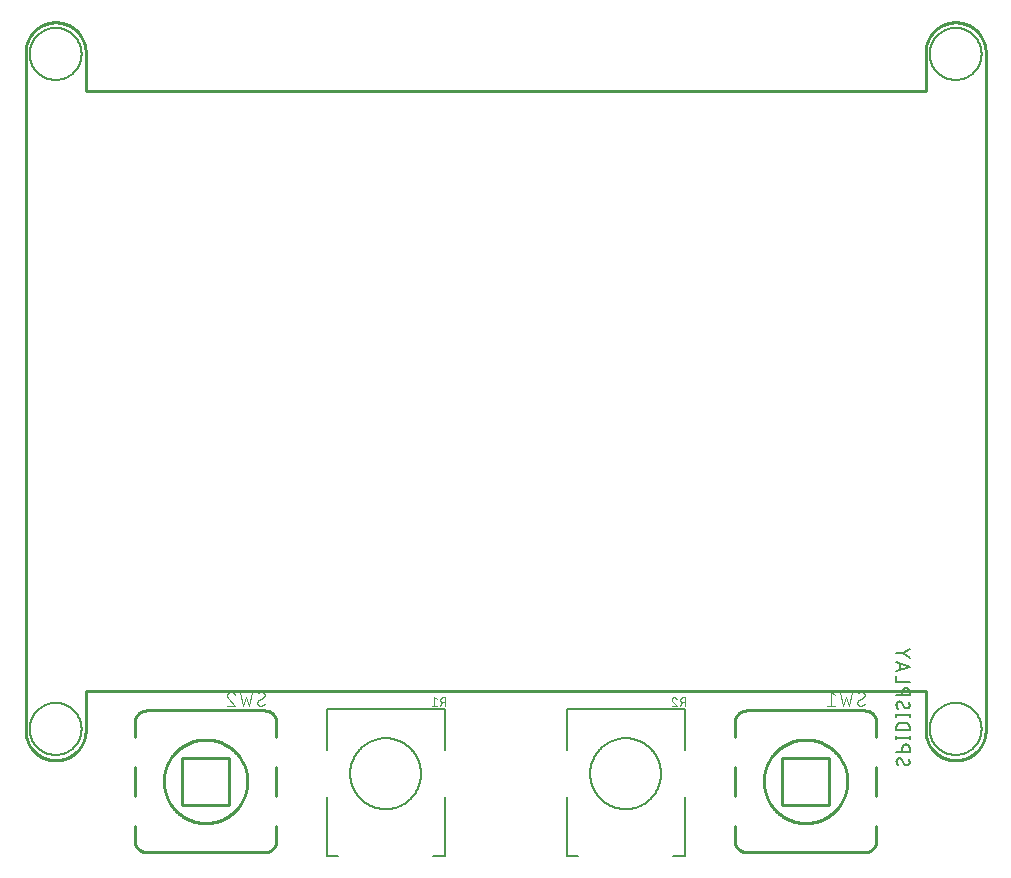
<source format=gbr>
G04 EAGLE Gerber RS-274X export*
G75*
%MOMM*%
%FSLAX34Y34*%
%LPD*%
%INSilkscreen Bottom*%
%IPPOS*%
%AMOC8*
5,1,8,0,0,1.08239X$1,22.5*%
G01*
%ADD10C,0.127000*%
%ADD11C,0.076200*%
%ADD12C,0.200000*%
%ADD13C,0.254000*%
%ADD14C,0.152400*%
%ADD15C,0.101600*%


D10*
X443700Y25400D02*
X443700Y75400D01*
X443700Y115400D02*
X443700Y150400D01*
X343700Y150400D01*
X343700Y115400D01*
X343700Y75400D02*
X343700Y25400D01*
X353700Y25400D01*
X433700Y25400D02*
X443700Y25400D01*
X363700Y95400D02*
X363709Y96136D01*
X363736Y96872D01*
X363781Y97607D01*
X363844Y98341D01*
X363926Y99072D01*
X364025Y99802D01*
X364142Y100529D01*
X364276Y101253D01*
X364429Y101973D01*
X364599Y102689D01*
X364787Y103401D01*
X364992Y104109D01*
X365214Y104810D01*
X365454Y105507D01*
X365710Y106197D01*
X365984Y106881D01*
X366274Y107557D01*
X366580Y108227D01*
X366903Y108888D01*
X367242Y109542D01*
X367597Y110187D01*
X367968Y110823D01*
X368354Y111450D01*
X368756Y112067D01*
X369172Y112674D01*
X369604Y113271D01*
X370050Y113857D01*
X370510Y114432D01*
X370984Y114995D01*
X371471Y115547D01*
X371973Y116086D01*
X372487Y116613D01*
X373014Y117127D01*
X373553Y117629D01*
X374105Y118116D01*
X374668Y118590D01*
X375243Y119050D01*
X375829Y119496D01*
X376426Y119928D01*
X377033Y120344D01*
X377650Y120746D01*
X378277Y121132D01*
X378913Y121503D01*
X379558Y121858D01*
X380212Y122197D01*
X380873Y122520D01*
X381543Y122826D01*
X382219Y123116D01*
X382903Y123390D01*
X383593Y123646D01*
X384290Y123886D01*
X384991Y124108D01*
X385699Y124313D01*
X386411Y124501D01*
X387127Y124671D01*
X387847Y124824D01*
X388571Y124958D01*
X389298Y125075D01*
X390028Y125174D01*
X390759Y125256D01*
X391493Y125319D01*
X392228Y125364D01*
X392964Y125391D01*
X393700Y125400D01*
X394436Y125391D01*
X395172Y125364D01*
X395907Y125319D01*
X396641Y125256D01*
X397372Y125174D01*
X398102Y125075D01*
X398829Y124958D01*
X399553Y124824D01*
X400273Y124671D01*
X400989Y124501D01*
X401701Y124313D01*
X402409Y124108D01*
X403110Y123886D01*
X403807Y123646D01*
X404497Y123390D01*
X405181Y123116D01*
X405857Y122826D01*
X406527Y122520D01*
X407188Y122197D01*
X407842Y121858D01*
X408487Y121503D01*
X409123Y121132D01*
X409750Y120746D01*
X410367Y120344D01*
X410974Y119928D01*
X411571Y119496D01*
X412157Y119050D01*
X412732Y118590D01*
X413295Y118116D01*
X413847Y117629D01*
X414386Y117127D01*
X414913Y116613D01*
X415427Y116086D01*
X415929Y115547D01*
X416416Y114995D01*
X416890Y114432D01*
X417350Y113857D01*
X417796Y113271D01*
X418228Y112674D01*
X418644Y112067D01*
X419046Y111450D01*
X419432Y110823D01*
X419803Y110187D01*
X420158Y109542D01*
X420497Y108888D01*
X420820Y108227D01*
X421126Y107557D01*
X421416Y106881D01*
X421690Y106197D01*
X421946Y105507D01*
X422186Y104810D01*
X422408Y104109D01*
X422613Y103401D01*
X422801Y102689D01*
X422971Y101973D01*
X423124Y101253D01*
X423258Y100529D01*
X423375Y99802D01*
X423474Y99072D01*
X423556Y98341D01*
X423619Y97607D01*
X423664Y96872D01*
X423691Y96136D01*
X423700Y95400D01*
X423691Y94664D01*
X423664Y93928D01*
X423619Y93193D01*
X423556Y92459D01*
X423474Y91728D01*
X423375Y90998D01*
X423258Y90271D01*
X423124Y89547D01*
X422971Y88827D01*
X422801Y88111D01*
X422613Y87399D01*
X422408Y86691D01*
X422186Y85990D01*
X421946Y85293D01*
X421690Y84603D01*
X421416Y83919D01*
X421126Y83243D01*
X420820Y82573D01*
X420497Y81912D01*
X420158Y81258D01*
X419803Y80613D01*
X419432Y79977D01*
X419046Y79350D01*
X418644Y78733D01*
X418228Y78126D01*
X417796Y77529D01*
X417350Y76943D01*
X416890Y76368D01*
X416416Y75805D01*
X415929Y75253D01*
X415427Y74714D01*
X414913Y74187D01*
X414386Y73673D01*
X413847Y73171D01*
X413295Y72684D01*
X412732Y72210D01*
X412157Y71750D01*
X411571Y71304D01*
X410974Y70872D01*
X410367Y70456D01*
X409750Y70054D01*
X409123Y69668D01*
X408487Y69297D01*
X407842Y68942D01*
X407188Y68603D01*
X406527Y68280D01*
X405857Y67974D01*
X405181Y67684D01*
X404497Y67410D01*
X403807Y67154D01*
X403110Y66914D01*
X402409Y66692D01*
X401701Y66487D01*
X400989Y66299D01*
X400273Y66129D01*
X399553Y65976D01*
X398829Y65842D01*
X398102Y65725D01*
X397372Y65626D01*
X396641Y65544D01*
X395907Y65481D01*
X395172Y65436D01*
X394436Y65409D01*
X393700Y65400D01*
X392964Y65409D01*
X392228Y65436D01*
X391493Y65481D01*
X390759Y65544D01*
X390028Y65626D01*
X389298Y65725D01*
X388571Y65842D01*
X387847Y65976D01*
X387127Y66129D01*
X386411Y66299D01*
X385699Y66487D01*
X384991Y66692D01*
X384290Y66914D01*
X383593Y67154D01*
X382903Y67410D01*
X382219Y67684D01*
X381543Y67974D01*
X380873Y68280D01*
X380212Y68603D01*
X379558Y68942D01*
X378913Y69297D01*
X378277Y69668D01*
X377650Y70054D01*
X377033Y70456D01*
X376426Y70872D01*
X375829Y71304D01*
X375243Y71750D01*
X374668Y72210D01*
X374105Y72684D01*
X373553Y73171D01*
X373014Y73673D01*
X372487Y74187D01*
X371973Y74714D01*
X371471Y75253D01*
X370984Y75805D01*
X370510Y76368D01*
X370050Y76943D01*
X369604Y77529D01*
X369172Y78126D01*
X368756Y78733D01*
X368354Y79350D01*
X367968Y79977D01*
X367597Y80613D01*
X367242Y81258D01*
X366903Y81912D01*
X366580Y82573D01*
X366274Y83243D01*
X365984Y83919D01*
X365710Y84603D01*
X365454Y85293D01*
X365214Y85990D01*
X364992Y86691D01*
X364787Y87399D01*
X364599Y88111D01*
X364429Y88827D01*
X364276Y89547D01*
X364142Y90271D01*
X364025Y90998D01*
X363926Y91728D01*
X363844Y92459D01*
X363781Y93193D01*
X363736Y93928D01*
X363709Y94664D01*
X363700Y95400D01*
D11*
X444119Y152781D02*
X444119Y160147D01*
X442073Y160147D01*
X441984Y160145D01*
X441895Y160139D01*
X441806Y160129D01*
X441718Y160116D01*
X441630Y160099D01*
X441543Y160077D01*
X441458Y160052D01*
X441373Y160024D01*
X441290Y159991D01*
X441208Y159955D01*
X441128Y159916D01*
X441050Y159873D01*
X440974Y159827D01*
X440899Y159777D01*
X440827Y159724D01*
X440758Y159668D01*
X440691Y159609D01*
X440626Y159548D01*
X440565Y159483D01*
X440506Y159416D01*
X440450Y159347D01*
X440397Y159275D01*
X440347Y159200D01*
X440301Y159124D01*
X440258Y159046D01*
X440219Y158966D01*
X440183Y158884D01*
X440150Y158801D01*
X440122Y158716D01*
X440097Y158631D01*
X440075Y158544D01*
X440058Y158456D01*
X440045Y158368D01*
X440035Y158279D01*
X440029Y158190D01*
X440027Y158101D01*
X440029Y158012D01*
X440035Y157923D01*
X440045Y157834D01*
X440058Y157746D01*
X440075Y157658D01*
X440097Y157571D01*
X440122Y157486D01*
X440150Y157401D01*
X440183Y157318D01*
X440219Y157236D01*
X440258Y157156D01*
X440301Y157078D01*
X440347Y157002D01*
X440397Y156927D01*
X440450Y156855D01*
X440506Y156786D01*
X440565Y156719D01*
X440626Y156654D01*
X440691Y156593D01*
X440758Y156534D01*
X440827Y156478D01*
X440899Y156425D01*
X440974Y156375D01*
X441050Y156329D01*
X441128Y156286D01*
X441208Y156247D01*
X441290Y156211D01*
X441373Y156178D01*
X441458Y156150D01*
X441543Y156125D01*
X441630Y156103D01*
X441718Y156086D01*
X441806Y156073D01*
X441895Y156063D01*
X441984Y156057D01*
X442073Y156055D01*
X444119Y156055D01*
X441664Y156055D02*
X440027Y152781D01*
X436855Y158510D02*
X434809Y160147D01*
X434809Y152781D01*
X436855Y152781D02*
X432763Y152781D01*
D10*
X646900Y75400D02*
X646900Y25400D01*
X646900Y115400D02*
X646900Y150400D01*
X546900Y150400D01*
X546900Y115400D01*
X546900Y75400D02*
X546900Y25400D01*
X556900Y25400D01*
X636900Y25400D02*
X646900Y25400D01*
X566900Y95400D02*
X566909Y96136D01*
X566936Y96872D01*
X566981Y97607D01*
X567044Y98341D01*
X567126Y99072D01*
X567225Y99802D01*
X567342Y100529D01*
X567476Y101253D01*
X567629Y101973D01*
X567799Y102689D01*
X567987Y103401D01*
X568192Y104109D01*
X568414Y104810D01*
X568654Y105507D01*
X568910Y106197D01*
X569184Y106881D01*
X569474Y107557D01*
X569780Y108227D01*
X570103Y108888D01*
X570442Y109542D01*
X570797Y110187D01*
X571168Y110823D01*
X571554Y111450D01*
X571956Y112067D01*
X572372Y112674D01*
X572804Y113271D01*
X573250Y113857D01*
X573710Y114432D01*
X574184Y114995D01*
X574671Y115547D01*
X575173Y116086D01*
X575687Y116613D01*
X576214Y117127D01*
X576753Y117629D01*
X577305Y118116D01*
X577868Y118590D01*
X578443Y119050D01*
X579029Y119496D01*
X579626Y119928D01*
X580233Y120344D01*
X580850Y120746D01*
X581477Y121132D01*
X582113Y121503D01*
X582758Y121858D01*
X583412Y122197D01*
X584073Y122520D01*
X584743Y122826D01*
X585419Y123116D01*
X586103Y123390D01*
X586793Y123646D01*
X587490Y123886D01*
X588191Y124108D01*
X588899Y124313D01*
X589611Y124501D01*
X590327Y124671D01*
X591047Y124824D01*
X591771Y124958D01*
X592498Y125075D01*
X593228Y125174D01*
X593959Y125256D01*
X594693Y125319D01*
X595428Y125364D01*
X596164Y125391D01*
X596900Y125400D01*
X597636Y125391D01*
X598372Y125364D01*
X599107Y125319D01*
X599841Y125256D01*
X600572Y125174D01*
X601302Y125075D01*
X602029Y124958D01*
X602753Y124824D01*
X603473Y124671D01*
X604189Y124501D01*
X604901Y124313D01*
X605609Y124108D01*
X606310Y123886D01*
X607007Y123646D01*
X607697Y123390D01*
X608381Y123116D01*
X609057Y122826D01*
X609727Y122520D01*
X610388Y122197D01*
X611042Y121858D01*
X611687Y121503D01*
X612323Y121132D01*
X612950Y120746D01*
X613567Y120344D01*
X614174Y119928D01*
X614771Y119496D01*
X615357Y119050D01*
X615932Y118590D01*
X616495Y118116D01*
X617047Y117629D01*
X617586Y117127D01*
X618113Y116613D01*
X618627Y116086D01*
X619129Y115547D01*
X619616Y114995D01*
X620090Y114432D01*
X620550Y113857D01*
X620996Y113271D01*
X621428Y112674D01*
X621844Y112067D01*
X622246Y111450D01*
X622632Y110823D01*
X623003Y110187D01*
X623358Y109542D01*
X623697Y108888D01*
X624020Y108227D01*
X624326Y107557D01*
X624616Y106881D01*
X624890Y106197D01*
X625146Y105507D01*
X625386Y104810D01*
X625608Y104109D01*
X625813Y103401D01*
X626001Y102689D01*
X626171Y101973D01*
X626324Y101253D01*
X626458Y100529D01*
X626575Y99802D01*
X626674Y99072D01*
X626756Y98341D01*
X626819Y97607D01*
X626864Y96872D01*
X626891Y96136D01*
X626900Y95400D01*
X626891Y94664D01*
X626864Y93928D01*
X626819Y93193D01*
X626756Y92459D01*
X626674Y91728D01*
X626575Y90998D01*
X626458Y90271D01*
X626324Y89547D01*
X626171Y88827D01*
X626001Y88111D01*
X625813Y87399D01*
X625608Y86691D01*
X625386Y85990D01*
X625146Y85293D01*
X624890Y84603D01*
X624616Y83919D01*
X624326Y83243D01*
X624020Y82573D01*
X623697Y81912D01*
X623358Y81258D01*
X623003Y80613D01*
X622632Y79977D01*
X622246Y79350D01*
X621844Y78733D01*
X621428Y78126D01*
X620996Y77529D01*
X620550Y76943D01*
X620090Y76368D01*
X619616Y75805D01*
X619129Y75253D01*
X618627Y74714D01*
X618113Y74187D01*
X617586Y73673D01*
X617047Y73171D01*
X616495Y72684D01*
X615932Y72210D01*
X615357Y71750D01*
X614771Y71304D01*
X614174Y70872D01*
X613567Y70456D01*
X612950Y70054D01*
X612323Y69668D01*
X611687Y69297D01*
X611042Y68942D01*
X610388Y68603D01*
X609727Y68280D01*
X609057Y67974D01*
X608381Y67684D01*
X607697Y67410D01*
X607007Y67154D01*
X606310Y66914D01*
X605609Y66692D01*
X604901Y66487D01*
X604189Y66299D01*
X603473Y66129D01*
X602753Y65976D01*
X602029Y65842D01*
X601302Y65725D01*
X600572Y65626D01*
X599841Y65544D01*
X599107Y65481D01*
X598372Y65436D01*
X597636Y65409D01*
X596900Y65400D01*
X596164Y65409D01*
X595428Y65436D01*
X594693Y65481D01*
X593959Y65544D01*
X593228Y65626D01*
X592498Y65725D01*
X591771Y65842D01*
X591047Y65976D01*
X590327Y66129D01*
X589611Y66299D01*
X588899Y66487D01*
X588191Y66692D01*
X587490Y66914D01*
X586793Y67154D01*
X586103Y67410D01*
X585419Y67684D01*
X584743Y67974D01*
X584073Y68280D01*
X583412Y68603D01*
X582758Y68942D01*
X582113Y69297D01*
X581477Y69668D01*
X580850Y70054D01*
X580233Y70456D01*
X579626Y70872D01*
X579029Y71304D01*
X578443Y71750D01*
X577868Y72210D01*
X577305Y72684D01*
X576753Y73171D01*
X576214Y73673D01*
X575687Y74187D01*
X575173Y74714D01*
X574671Y75253D01*
X574184Y75805D01*
X573710Y76368D01*
X573250Y76943D01*
X572804Y77529D01*
X572372Y78126D01*
X571956Y78733D01*
X571554Y79350D01*
X571168Y79977D01*
X570797Y80613D01*
X570442Y81258D01*
X570103Y81912D01*
X569780Y82573D01*
X569474Y83243D01*
X569184Y83919D01*
X568910Y84603D01*
X568654Y85293D01*
X568414Y85990D01*
X568192Y86691D01*
X567987Y87399D01*
X567799Y88111D01*
X567629Y88827D01*
X567476Y89547D01*
X567342Y90271D01*
X567225Y90998D01*
X567126Y91728D01*
X567044Y92459D01*
X566981Y93193D01*
X566936Y93928D01*
X566909Y94664D01*
X566900Y95400D01*
D11*
X647319Y152781D02*
X647319Y160147D01*
X645273Y160147D01*
X645184Y160145D01*
X645095Y160139D01*
X645006Y160129D01*
X644918Y160116D01*
X644830Y160099D01*
X644743Y160077D01*
X644658Y160052D01*
X644573Y160024D01*
X644490Y159991D01*
X644408Y159955D01*
X644328Y159916D01*
X644250Y159873D01*
X644174Y159827D01*
X644099Y159777D01*
X644027Y159724D01*
X643958Y159668D01*
X643891Y159609D01*
X643826Y159548D01*
X643765Y159483D01*
X643706Y159416D01*
X643650Y159347D01*
X643597Y159275D01*
X643547Y159200D01*
X643501Y159124D01*
X643458Y159046D01*
X643419Y158966D01*
X643383Y158884D01*
X643350Y158801D01*
X643322Y158716D01*
X643297Y158631D01*
X643275Y158544D01*
X643258Y158456D01*
X643245Y158368D01*
X643235Y158279D01*
X643229Y158190D01*
X643227Y158101D01*
X643229Y158012D01*
X643235Y157923D01*
X643245Y157834D01*
X643258Y157746D01*
X643275Y157658D01*
X643297Y157571D01*
X643322Y157486D01*
X643350Y157401D01*
X643383Y157318D01*
X643419Y157236D01*
X643458Y157156D01*
X643501Y157078D01*
X643547Y157002D01*
X643597Y156927D01*
X643650Y156855D01*
X643706Y156786D01*
X643765Y156719D01*
X643826Y156654D01*
X643891Y156593D01*
X643958Y156534D01*
X644027Y156478D01*
X644099Y156425D01*
X644174Y156375D01*
X644250Y156329D01*
X644328Y156286D01*
X644408Y156247D01*
X644490Y156211D01*
X644573Y156178D01*
X644658Y156150D01*
X644743Y156125D01*
X644830Y156103D01*
X644918Y156086D01*
X645006Y156073D01*
X645095Y156063D01*
X645184Y156057D01*
X645273Y156055D01*
X647319Y156055D01*
X644864Y156055D02*
X643227Y152781D01*
X635962Y158306D02*
X635964Y158391D01*
X635970Y158476D01*
X635980Y158560D01*
X635993Y158644D01*
X636011Y158728D01*
X636032Y158810D01*
X636057Y158891D01*
X636086Y158971D01*
X636119Y159050D01*
X636155Y159127D01*
X636195Y159202D01*
X636238Y159276D01*
X636284Y159347D01*
X636334Y159416D01*
X636387Y159483D01*
X636443Y159547D01*
X636502Y159608D01*
X636563Y159667D01*
X636627Y159723D01*
X636694Y159776D01*
X636763Y159826D01*
X636834Y159872D01*
X636908Y159915D01*
X636983Y159955D01*
X637060Y159991D01*
X637139Y160024D01*
X637219Y160053D01*
X637300Y160078D01*
X637382Y160099D01*
X637466Y160117D01*
X637550Y160130D01*
X637634Y160140D01*
X637719Y160146D01*
X637804Y160148D01*
X637804Y160147D02*
X637900Y160145D01*
X637996Y160139D01*
X638091Y160129D01*
X638186Y160116D01*
X638281Y160098D01*
X638374Y160077D01*
X638467Y160052D01*
X638558Y160023D01*
X638649Y159991D01*
X638738Y159955D01*
X638825Y159915D01*
X638911Y159872D01*
X638995Y159826D01*
X639077Y159776D01*
X639157Y159722D01*
X639234Y159666D01*
X639309Y159606D01*
X639382Y159544D01*
X639452Y159478D01*
X639520Y159410D01*
X639585Y159339D01*
X639646Y159266D01*
X639705Y159190D01*
X639761Y159111D01*
X639813Y159031D01*
X639862Y158948D01*
X639908Y158864D01*
X639950Y158778D01*
X639988Y158690D01*
X640023Y158601D01*
X640055Y158510D01*
X636577Y156874D02*
X636517Y156933D01*
X636460Y156995D01*
X636405Y157059D01*
X636354Y157126D01*
X636305Y157195D01*
X636259Y157265D01*
X636216Y157338D01*
X636176Y157412D01*
X636140Y157488D01*
X636107Y157566D01*
X636077Y157645D01*
X636050Y157725D01*
X636027Y157806D01*
X636008Y157888D01*
X635992Y157970D01*
X635979Y158054D01*
X635970Y158138D01*
X635965Y158222D01*
X635963Y158306D01*
X636577Y156873D02*
X640055Y152781D01*
X635963Y152781D01*
D12*
X92300Y133350D02*
X92307Y133890D01*
X92326Y134429D01*
X92360Y134968D01*
X92406Y135506D01*
X92465Y136043D01*
X92538Y136578D01*
X92624Y137111D01*
X92723Y137642D01*
X92835Y138170D01*
X92959Y138696D01*
X93097Y139218D01*
X93247Y139736D01*
X93410Y140251D01*
X93586Y140762D01*
X93774Y141268D01*
X93975Y141769D01*
X94187Y142265D01*
X94412Y142756D01*
X94649Y143241D01*
X94898Y143721D01*
X95158Y144194D01*
X95430Y144660D01*
X95713Y145120D01*
X96008Y145573D01*
X96313Y146018D01*
X96629Y146455D01*
X96956Y146885D01*
X97294Y147307D01*
X97641Y147720D01*
X97999Y148124D01*
X98367Y148520D01*
X98744Y148906D01*
X99130Y149283D01*
X99526Y149651D01*
X99930Y150009D01*
X100343Y150356D01*
X100765Y150694D01*
X101195Y151021D01*
X101632Y151337D01*
X102077Y151642D01*
X102530Y151937D01*
X102990Y152220D01*
X103456Y152492D01*
X103929Y152752D01*
X104409Y153001D01*
X104894Y153238D01*
X105385Y153463D01*
X105881Y153675D01*
X106382Y153876D01*
X106888Y154064D01*
X107399Y154240D01*
X107914Y154403D01*
X108432Y154553D01*
X108954Y154691D01*
X109480Y154815D01*
X110008Y154927D01*
X110539Y155026D01*
X111072Y155112D01*
X111607Y155185D01*
X112144Y155244D01*
X112682Y155290D01*
X113221Y155324D01*
X113760Y155343D01*
X114300Y155350D01*
X114840Y155343D01*
X115379Y155324D01*
X115918Y155290D01*
X116456Y155244D01*
X116993Y155185D01*
X117528Y155112D01*
X118061Y155026D01*
X118592Y154927D01*
X119120Y154815D01*
X119646Y154691D01*
X120168Y154553D01*
X120686Y154403D01*
X121201Y154240D01*
X121712Y154064D01*
X122218Y153876D01*
X122719Y153675D01*
X123215Y153463D01*
X123706Y153238D01*
X124191Y153001D01*
X124671Y152752D01*
X125144Y152492D01*
X125610Y152220D01*
X126070Y151937D01*
X126523Y151642D01*
X126968Y151337D01*
X127405Y151021D01*
X127835Y150694D01*
X128257Y150356D01*
X128670Y150009D01*
X129074Y149651D01*
X129470Y149283D01*
X129856Y148906D01*
X130233Y148520D01*
X130601Y148124D01*
X130959Y147720D01*
X131306Y147307D01*
X131644Y146885D01*
X131971Y146455D01*
X132287Y146018D01*
X132592Y145573D01*
X132887Y145120D01*
X133170Y144660D01*
X133442Y144194D01*
X133702Y143721D01*
X133951Y143241D01*
X134188Y142756D01*
X134413Y142265D01*
X134625Y141769D01*
X134826Y141268D01*
X135014Y140762D01*
X135190Y140251D01*
X135353Y139736D01*
X135503Y139218D01*
X135641Y138696D01*
X135765Y138170D01*
X135877Y137642D01*
X135976Y137111D01*
X136062Y136578D01*
X136135Y136043D01*
X136194Y135506D01*
X136240Y134968D01*
X136274Y134429D01*
X136293Y133890D01*
X136300Y133350D01*
X136293Y132810D01*
X136274Y132271D01*
X136240Y131732D01*
X136194Y131194D01*
X136135Y130657D01*
X136062Y130122D01*
X135976Y129589D01*
X135877Y129058D01*
X135765Y128530D01*
X135641Y128004D01*
X135503Y127482D01*
X135353Y126964D01*
X135190Y126449D01*
X135014Y125938D01*
X134826Y125432D01*
X134625Y124931D01*
X134413Y124435D01*
X134188Y123944D01*
X133951Y123459D01*
X133702Y122979D01*
X133442Y122506D01*
X133170Y122040D01*
X132887Y121580D01*
X132592Y121127D01*
X132287Y120682D01*
X131971Y120245D01*
X131644Y119815D01*
X131306Y119393D01*
X130959Y118980D01*
X130601Y118576D01*
X130233Y118180D01*
X129856Y117794D01*
X129470Y117417D01*
X129074Y117049D01*
X128670Y116691D01*
X128257Y116344D01*
X127835Y116006D01*
X127405Y115679D01*
X126968Y115363D01*
X126523Y115058D01*
X126070Y114763D01*
X125610Y114480D01*
X125144Y114208D01*
X124671Y113948D01*
X124191Y113699D01*
X123706Y113462D01*
X123215Y113237D01*
X122719Y113025D01*
X122218Y112824D01*
X121712Y112636D01*
X121201Y112460D01*
X120686Y112297D01*
X120168Y112147D01*
X119646Y112009D01*
X119120Y111885D01*
X118592Y111773D01*
X118061Y111674D01*
X117528Y111588D01*
X116993Y111515D01*
X116456Y111456D01*
X115918Y111410D01*
X115379Y111376D01*
X114840Y111357D01*
X114300Y111350D01*
X113760Y111357D01*
X113221Y111376D01*
X112682Y111410D01*
X112144Y111456D01*
X111607Y111515D01*
X111072Y111588D01*
X110539Y111674D01*
X110008Y111773D01*
X109480Y111885D01*
X108954Y112009D01*
X108432Y112147D01*
X107914Y112297D01*
X107399Y112460D01*
X106888Y112636D01*
X106382Y112824D01*
X105881Y113025D01*
X105385Y113237D01*
X104894Y113462D01*
X104409Y113699D01*
X103929Y113948D01*
X103456Y114208D01*
X102990Y114480D01*
X102530Y114763D01*
X102077Y115058D01*
X101632Y115363D01*
X101195Y115679D01*
X100765Y116006D01*
X100343Y116344D01*
X99930Y116691D01*
X99526Y117049D01*
X99130Y117417D01*
X98744Y117794D01*
X98367Y118180D01*
X97999Y118576D01*
X97641Y118980D01*
X97294Y119393D01*
X96956Y119815D01*
X96629Y120245D01*
X96313Y120682D01*
X96008Y121127D01*
X95713Y121580D01*
X95430Y122040D01*
X95158Y122506D01*
X94898Y122979D01*
X94649Y123459D01*
X94412Y123944D01*
X94187Y124435D01*
X93975Y124931D01*
X93774Y125432D01*
X93586Y125938D01*
X93410Y126449D01*
X93247Y126964D01*
X93097Y127482D01*
X92959Y128004D01*
X92835Y128530D01*
X92723Y129058D01*
X92624Y129589D01*
X92538Y130122D01*
X92465Y130657D01*
X92406Y131194D01*
X92360Y131732D01*
X92326Y132271D01*
X92307Y132810D01*
X92300Y133350D01*
X92300Y704850D02*
X92307Y705390D01*
X92326Y705929D01*
X92360Y706468D01*
X92406Y707006D01*
X92465Y707543D01*
X92538Y708078D01*
X92624Y708611D01*
X92723Y709142D01*
X92835Y709670D01*
X92959Y710196D01*
X93097Y710718D01*
X93247Y711236D01*
X93410Y711751D01*
X93586Y712262D01*
X93774Y712768D01*
X93975Y713269D01*
X94187Y713765D01*
X94412Y714256D01*
X94649Y714741D01*
X94898Y715221D01*
X95158Y715694D01*
X95430Y716160D01*
X95713Y716620D01*
X96008Y717073D01*
X96313Y717518D01*
X96629Y717955D01*
X96956Y718385D01*
X97294Y718807D01*
X97641Y719220D01*
X97999Y719624D01*
X98367Y720020D01*
X98744Y720406D01*
X99130Y720783D01*
X99526Y721151D01*
X99930Y721509D01*
X100343Y721856D01*
X100765Y722194D01*
X101195Y722521D01*
X101632Y722837D01*
X102077Y723142D01*
X102530Y723437D01*
X102990Y723720D01*
X103456Y723992D01*
X103929Y724252D01*
X104409Y724501D01*
X104894Y724738D01*
X105385Y724963D01*
X105881Y725175D01*
X106382Y725376D01*
X106888Y725564D01*
X107399Y725740D01*
X107914Y725903D01*
X108432Y726053D01*
X108954Y726191D01*
X109480Y726315D01*
X110008Y726427D01*
X110539Y726526D01*
X111072Y726612D01*
X111607Y726685D01*
X112144Y726744D01*
X112682Y726790D01*
X113221Y726824D01*
X113760Y726843D01*
X114300Y726850D01*
X114840Y726843D01*
X115379Y726824D01*
X115918Y726790D01*
X116456Y726744D01*
X116993Y726685D01*
X117528Y726612D01*
X118061Y726526D01*
X118592Y726427D01*
X119120Y726315D01*
X119646Y726191D01*
X120168Y726053D01*
X120686Y725903D01*
X121201Y725740D01*
X121712Y725564D01*
X122218Y725376D01*
X122719Y725175D01*
X123215Y724963D01*
X123706Y724738D01*
X124191Y724501D01*
X124671Y724252D01*
X125144Y723992D01*
X125610Y723720D01*
X126070Y723437D01*
X126523Y723142D01*
X126968Y722837D01*
X127405Y722521D01*
X127835Y722194D01*
X128257Y721856D01*
X128670Y721509D01*
X129074Y721151D01*
X129470Y720783D01*
X129856Y720406D01*
X130233Y720020D01*
X130601Y719624D01*
X130959Y719220D01*
X131306Y718807D01*
X131644Y718385D01*
X131971Y717955D01*
X132287Y717518D01*
X132592Y717073D01*
X132887Y716620D01*
X133170Y716160D01*
X133442Y715694D01*
X133702Y715221D01*
X133951Y714741D01*
X134188Y714256D01*
X134413Y713765D01*
X134625Y713269D01*
X134826Y712768D01*
X135014Y712262D01*
X135190Y711751D01*
X135353Y711236D01*
X135503Y710718D01*
X135641Y710196D01*
X135765Y709670D01*
X135877Y709142D01*
X135976Y708611D01*
X136062Y708078D01*
X136135Y707543D01*
X136194Y707006D01*
X136240Y706468D01*
X136274Y705929D01*
X136293Y705390D01*
X136300Y704850D01*
X136293Y704310D01*
X136274Y703771D01*
X136240Y703232D01*
X136194Y702694D01*
X136135Y702157D01*
X136062Y701622D01*
X135976Y701089D01*
X135877Y700558D01*
X135765Y700030D01*
X135641Y699504D01*
X135503Y698982D01*
X135353Y698464D01*
X135190Y697949D01*
X135014Y697438D01*
X134826Y696932D01*
X134625Y696431D01*
X134413Y695935D01*
X134188Y695444D01*
X133951Y694959D01*
X133702Y694479D01*
X133442Y694006D01*
X133170Y693540D01*
X132887Y693080D01*
X132592Y692627D01*
X132287Y692182D01*
X131971Y691745D01*
X131644Y691315D01*
X131306Y690893D01*
X130959Y690480D01*
X130601Y690076D01*
X130233Y689680D01*
X129856Y689294D01*
X129470Y688917D01*
X129074Y688549D01*
X128670Y688191D01*
X128257Y687844D01*
X127835Y687506D01*
X127405Y687179D01*
X126968Y686863D01*
X126523Y686558D01*
X126070Y686263D01*
X125610Y685980D01*
X125144Y685708D01*
X124671Y685448D01*
X124191Y685199D01*
X123706Y684962D01*
X123215Y684737D01*
X122719Y684525D01*
X122218Y684324D01*
X121712Y684136D01*
X121201Y683960D01*
X120686Y683797D01*
X120168Y683647D01*
X119646Y683509D01*
X119120Y683385D01*
X118592Y683273D01*
X118061Y683174D01*
X117528Y683088D01*
X116993Y683015D01*
X116456Y682956D01*
X115918Y682910D01*
X115379Y682876D01*
X114840Y682857D01*
X114300Y682850D01*
X113760Y682857D01*
X113221Y682876D01*
X112682Y682910D01*
X112144Y682956D01*
X111607Y683015D01*
X111072Y683088D01*
X110539Y683174D01*
X110008Y683273D01*
X109480Y683385D01*
X108954Y683509D01*
X108432Y683647D01*
X107914Y683797D01*
X107399Y683960D01*
X106888Y684136D01*
X106382Y684324D01*
X105881Y684525D01*
X105385Y684737D01*
X104894Y684962D01*
X104409Y685199D01*
X103929Y685448D01*
X103456Y685708D01*
X102990Y685980D01*
X102530Y686263D01*
X102077Y686558D01*
X101632Y686863D01*
X101195Y687179D01*
X100765Y687506D01*
X100343Y687844D01*
X99930Y688191D01*
X99526Y688549D01*
X99130Y688917D01*
X98744Y689294D01*
X98367Y689680D01*
X97999Y690076D01*
X97641Y690480D01*
X97294Y690893D01*
X96956Y691315D01*
X96629Y691745D01*
X96313Y692182D01*
X96008Y692627D01*
X95713Y693080D01*
X95430Y693540D01*
X95158Y694006D01*
X94898Y694479D01*
X94649Y694959D01*
X94412Y695444D01*
X94187Y695935D01*
X93975Y696431D01*
X93774Y696932D01*
X93586Y697438D01*
X93410Y697949D01*
X93247Y698464D01*
X93097Y698982D01*
X92959Y699504D01*
X92835Y700030D01*
X92723Y700558D01*
X92624Y701089D01*
X92538Y701622D01*
X92465Y702157D01*
X92406Y702694D01*
X92360Y703232D01*
X92326Y703771D01*
X92307Y704310D01*
X92300Y704850D01*
X854300Y133350D02*
X854307Y133890D01*
X854326Y134429D01*
X854360Y134968D01*
X854406Y135506D01*
X854465Y136043D01*
X854538Y136578D01*
X854624Y137111D01*
X854723Y137642D01*
X854835Y138170D01*
X854959Y138696D01*
X855097Y139218D01*
X855247Y139736D01*
X855410Y140251D01*
X855586Y140762D01*
X855774Y141268D01*
X855975Y141769D01*
X856187Y142265D01*
X856412Y142756D01*
X856649Y143241D01*
X856898Y143721D01*
X857158Y144194D01*
X857430Y144660D01*
X857713Y145120D01*
X858008Y145573D01*
X858313Y146018D01*
X858629Y146455D01*
X858956Y146885D01*
X859294Y147307D01*
X859641Y147720D01*
X859999Y148124D01*
X860367Y148520D01*
X860744Y148906D01*
X861130Y149283D01*
X861526Y149651D01*
X861930Y150009D01*
X862343Y150356D01*
X862765Y150694D01*
X863195Y151021D01*
X863632Y151337D01*
X864077Y151642D01*
X864530Y151937D01*
X864990Y152220D01*
X865456Y152492D01*
X865929Y152752D01*
X866409Y153001D01*
X866894Y153238D01*
X867385Y153463D01*
X867881Y153675D01*
X868382Y153876D01*
X868888Y154064D01*
X869399Y154240D01*
X869914Y154403D01*
X870432Y154553D01*
X870954Y154691D01*
X871480Y154815D01*
X872008Y154927D01*
X872539Y155026D01*
X873072Y155112D01*
X873607Y155185D01*
X874144Y155244D01*
X874682Y155290D01*
X875221Y155324D01*
X875760Y155343D01*
X876300Y155350D01*
X876840Y155343D01*
X877379Y155324D01*
X877918Y155290D01*
X878456Y155244D01*
X878993Y155185D01*
X879528Y155112D01*
X880061Y155026D01*
X880592Y154927D01*
X881120Y154815D01*
X881646Y154691D01*
X882168Y154553D01*
X882686Y154403D01*
X883201Y154240D01*
X883712Y154064D01*
X884218Y153876D01*
X884719Y153675D01*
X885215Y153463D01*
X885706Y153238D01*
X886191Y153001D01*
X886671Y152752D01*
X887144Y152492D01*
X887610Y152220D01*
X888070Y151937D01*
X888523Y151642D01*
X888968Y151337D01*
X889405Y151021D01*
X889835Y150694D01*
X890257Y150356D01*
X890670Y150009D01*
X891074Y149651D01*
X891470Y149283D01*
X891856Y148906D01*
X892233Y148520D01*
X892601Y148124D01*
X892959Y147720D01*
X893306Y147307D01*
X893644Y146885D01*
X893971Y146455D01*
X894287Y146018D01*
X894592Y145573D01*
X894887Y145120D01*
X895170Y144660D01*
X895442Y144194D01*
X895702Y143721D01*
X895951Y143241D01*
X896188Y142756D01*
X896413Y142265D01*
X896625Y141769D01*
X896826Y141268D01*
X897014Y140762D01*
X897190Y140251D01*
X897353Y139736D01*
X897503Y139218D01*
X897641Y138696D01*
X897765Y138170D01*
X897877Y137642D01*
X897976Y137111D01*
X898062Y136578D01*
X898135Y136043D01*
X898194Y135506D01*
X898240Y134968D01*
X898274Y134429D01*
X898293Y133890D01*
X898300Y133350D01*
X898293Y132810D01*
X898274Y132271D01*
X898240Y131732D01*
X898194Y131194D01*
X898135Y130657D01*
X898062Y130122D01*
X897976Y129589D01*
X897877Y129058D01*
X897765Y128530D01*
X897641Y128004D01*
X897503Y127482D01*
X897353Y126964D01*
X897190Y126449D01*
X897014Y125938D01*
X896826Y125432D01*
X896625Y124931D01*
X896413Y124435D01*
X896188Y123944D01*
X895951Y123459D01*
X895702Y122979D01*
X895442Y122506D01*
X895170Y122040D01*
X894887Y121580D01*
X894592Y121127D01*
X894287Y120682D01*
X893971Y120245D01*
X893644Y119815D01*
X893306Y119393D01*
X892959Y118980D01*
X892601Y118576D01*
X892233Y118180D01*
X891856Y117794D01*
X891470Y117417D01*
X891074Y117049D01*
X890670Y116691D01*
X890257Y116344D01*
X889835Y116006D01*
X889405Y115679D01*
X888968Y115363D01*
X888523Y115058D01*
X888070Y114763D01*
X887610Y114480D01*
X887144Y114208D01*
X886671Y113948D01*
X886191Y113699D01*
X885706Y113462D01*
X885215Y113237D01*
X884719Y113025D01*
X884218Y112824D01*
X883712Y112636D01*
X883201Y112460D01*
X882686Y112297D01*
X882168Y112147D01*
X881646Y112009D01*
X881120Y111885D01*
X880592Y111773D01*
X880061Y111674D01*
X879528Y111588D01*
X878993Y111515D01*
X878456Y111456D01*
X877918Y111410D01*
X877379Y111376D01*
X876840Y111357D01*
X876300Y111350D01*
X875760Y111357D01*
X875221Y111376D01*
X874682Y111410D01*
X874144Y111456D01*
X873607Y111515D01*
X873072Y111588D01*
X872539Y111674D01*
X872008Y111773D01*
X871480Y111885D01*
X870954Y112009D01*
X870432Y112147D01*
X869914Y112297D01*
X869399Y112460D01*
X868888Y112636D01*
X868382Y112824D01*
X867881Y113025D01*
X867385Y113237D01*
X866894Y113462D01*
X866409Y113699D01*
X865929Y113948D01*
X865456Y114208D01*
X864990Y114480D01*
X864530Y114763D01*
X864077Y115058D01*
X863632Y115363D01*
X863195Y115679D01*
X862765Y116006D01*
X862343Y116344D01*
X861930Y116691D01*
X861526Y117049D01*
X861130Y117417D01*
X860744Y117794D01*
X860367Y118180D01*
X859999Y118576D01*
X859641Y118980D01*
X859294Y119393D01*
X858956Y119815D01*
X858629Y120245D01*
X858313Y120682D01*
X858008Y121127D01*
X857713Y121580D01*
X857430Y122040D01*
X857158Y122506D01*
X856898Y122979D01*
X856649Y123459D01*
X856412Y123944D01*
X856187Y124435D01*
X855975Y124931D01*
X855774Y125432D01*
X855586Y125938D01*
X855410Y126449D01*
X855247Y126964D01*
X855097Y127482D01*
X854959Y128004D01*
X854835Y128530D01*
X854723Y129058D01*
X854624Y129589D01*
X854538Y130122D01*
X854465Y130657D01*
X854406Y131194D01*
X854360Y131732D01*
X854326Y132271D01*
X854307Y132810D01*
X854300Y133350D01*
X854300Y704850D02*
X854307Y705390D01*
X854326Y705929D01*
X854360Y706468D01*
X854406Y707006D01*
X854465Y707543D01*
X854538Y708078D01*
X854624Y708611D01*
X854723Y709142D01*
X854835Y709670D01*
X854959Y710196D01*
X855097Y710718D01*
X855247Y711236D01*
X855410Y711751D01*
X855586Y712262D01*
X855774Y712768D01*
X855975Y713269D01*
X856187Y713765D01*
X856412Y714256D01*
X856649Y714741D01*
X856898Y715221D01*
X857158Y715694D01*
X857430Y716160D01*
X857713Y716620D01*
X858008Y717073D01*
X858313Y717518D01*
X858629Y717955D01*
X858956Y718385D01*
X859294Y718807D01*
X859641Y719220D01*
X859999Y719624D01*
X860367Y720020D01*
X860744Y720406D01*
X861130Y720783D01*
X861526Y721151D01*
X861930Y721509D01*
X862343Y721856D01*
X862765Y722194D01*
X863195Y722521D01*
X863632Y722837D01*
X864077Y723142D01*
X864530Y723437D01*
X864990Y723720D01*
X865456Y723992D01*
X865929Y724252D01*
X866409Y724501D01*
X866894Y724738D01*
X867385Y724963D01*
X867881Y725175D01*
X868382Y725376D01*
X868888Y725564D01*
X869399Y725740D01*
X869914Y725903D01*
X870432Y726053D01*
X870954Y726191D01*
X871480Y726315D01*
X872008Y726427D01*
X872539Y726526D01*
X873072Y726612D01*
X873607Y726685D01*
X874144Y726744D01*
X874682Y726790D01*
X875221Y726824D01*
X875760Y726843D01*
X876300Y726850D01*
X876840Y726843D01*
X877379Y726824D01*
X877918Y726790D01*
X878456Y726744D01*
X878993Y726685D01*
X879528Y726612D01*
X880061Y726526D01*
X880592Y726427D01*
X881120Y726315D01*
X881646Y726191D01*
X882168Y726053D01*
X882686Y725903D01*
X883201Y725740D01*
X883712Y725564D01*
X884218Y725376D01*
X884719Y725175D01*
X885215Y724963D01*
X885706Y724738D01*
X886191Y724501D01*
X886671Y724252D01*
X887144Y723992D01*
X887610Y723720D01*
X888070Y723437D01*
X888523Y723142D01*
X888968Y722837D01*
X889405Y722521D01*
X889835Y722194D01*
X890257Y721856D01*
X890670Y721509D01*
X891074Y721151D01*
X891470Y720783D01*
X891856Y720406D01*
X892233Y720020D01*
X892601Y719624D01*
X892959Y719220D01*
X893306Y718807D01*
X893644Y718385D01*
X893971Y717955D01*
X894287Y717518D01*
X894592Y717073D01*
X894887Y716620D01*
X895170Y716160D01*
X895442Y715694D01*
X895702Y715221D01*
X895951Y714741D01*
X896188Y714256D01*
X896413Y713765D01*
X896625Y713269D01*
X896826Y712768D01*
X897014Y712262D01*
X897190Y711751D01*
X897353Y711236D01*
X897503Y710718D01*
X897641Y710196D01*
X897765Y709670D01*
X897877Y709142D01*
X897976Y708611D01*
X898062Y708078D01*
X898135Y707543D01*
X898194Y707006D01*
X898240Y706468D01*
X898274Y705929D01*
X898293Y705390D01*
X898300Y704850D01*
X898293Y704310D01*
X898274Y703771D01*
X898240Y703232D01*
X898194Y702694D01*
X898135Y702157D01*
X898062Y701622D01*
X897976Y701089D01*
X897877Y700558D01*
X897765Y700030D01*
X897641Y699504D01*
X897503Y698982D01*
X897353Y698464D01*
X897190Y697949D01*
X897014Y697438D01*
X896826Y696932D01*
X896625Y696431D01*
X896413Y695935D01*
X896188Y695444D01*
X895951Y694959D01*
X895702Y694479D01*
X895442Y694006D01*
X895170Y693540D01*
X894887Y693080D01*
X894592Y692627D01*
X894287Y692182D01*
X893971Y691745D01*
X893644Y691315D01*
X893306Y690893D01*
X892959Y690480D01*
X892601Y690076D01*
X892233Y689680D01*
X891856Y689294D01*
X891470Y688917D01*
X891074Y688549D01*
X890670Y688191D01*
X890257Y687844D01*
X889835Y687506D01*
X889405Y687179D01*
X888968Y686863D01*
X888523Y686558D01*
X888070Y686263D01*
X887610Y685980D01*
X887144Y685708D01*
X886671Y685448D01*
X886191Y685199D01*
X885706Y684962D01*
X885215Y684737D01*
X884719Y684525D01*
X884218Y684324D01*
X883712Y684136D01*
X883201Y683960D01*
X882686Y683797D01*
X882168Y683647D01*
X881646Y683509D01*
X881120Y683385D01*
X880592Y683273D01*
X880061Y683174D01*
X879528Y683088D01*
X878993Y683015D01*
X878456Y682956D01*
X877918Y682910D01*
X877379Y682876D01*
X876840Y682857D01*
X876300Y682850D01*
X875760Y682857D01*
X875221Y682876D01*
X874682Y682910D01*
X874144Y682956D01*
X873607Y683015D01*
X873072Y683088D01*
X872539Y683174D01*
X872008Y683273D01*
X871480Y683385D01*
X870954Y683509D01*
X870432Y683647D01*
X869914Y683797D01*
X869399Y683960D01*
X868888Y684136D01*
X868382Y684324D01*
X867881Y684525D01*
X867385Y684737D01*
X866894Y684962D01*
X866409Y685199D01*
X865929Y685448D01*
X865456Y685708D01*
X864990Y685980D01*
X864530Y686263D01*
X864077Y686558D01*
X863632Y686863D01*
X863195Y687179D01*
X862765Y687506D01*
X862343Y687844D01*
X861930Y688191D01*
X861526Y688549D01*
X861130Y688917D01*
X860744Y689294D01*
X860367Y689680D01*
X859999Y690076D01*
X859641Y690480D01*
X859294Y690893D01*
X858956Y691315D01*
X858629Y691745D01*
X858313Y692182D01*
X858008Y692627D01*
X857713Y693080D01*
X857430Y693540D01*
X857158Y694006D01*
X856898Y694479D01*
X856649Y694959D01*
X856412Y695444D01*
X856187Y695935D01*
X855975Y696431D01*
X855774Y696932D01*
X855586Y697438D01*
X855410Y697949D01*
X855247Y698464D01*
X855097Y698982D01*
X854959Y699504D01*
X854835Y700030D01*
X854723Y700558D01*
X854624Y701089D01*
X854538Y701622D01*
X854465Y702157D01*
X854406Y702694D01*
X854360Y703232D01*
X854326Y703771D01*
X854307Y704310D01*
X854300Y704850D01*
D13*
X114300Y106680D02*
X113686Y106687D01*
X113073Y106710D01*
X112460Y106747D01*
X111849Y106799D01*
X111238Y106865D01*
X110630Y106947D01*
X110024Y107043D01*
X109420Y107153D01*
X108819Y107278D01*
X108221Y107418D01*
X107627Y107572D01*
X107037Y107741D01*
X106451Y107923D01*
X105870Y108120D01*
X105293Y108331D01*
X104722Y108555D01*
X104156Y108793D01*
X103596Y109045D01*
X103043Y109311D01*
X102496Y109589D01*
X101956Y109881D01*
X101423Y110186D01*
X100898Y110504D01*
X100380Y110834D01*
X99871Y111176D01*
X99370Y111531D01*
X98878Y111898D01*
X98395Y112276D01*
X97921Y112666D01*
X97457Y113068D01*
X97002Y113480D01*
X96558Y113904D01*
X96124Y114338D01*
X95700Y114782D01*
X95288Y115237D01*
X94886Y115701D01*
X94496Y116175D01*
X94118Y116658D01*
X93751Y117150D01*
X93396Y117651D01*
X93054Y118160D01*
X92724Y118678D01*
X92406Y119203D01*
X92101Y119736D01*
X91809Y120276D01*
X91531Y120823D01*
X91265Y121376D01*
X91013Y121936D01*
X90775Y122502D01*
X90551Y123073D01*
X90340Y123650D01*
X90143Y124231D01*
X89961Y124817D01*
X89792Y125407D01*
X89638Y126001D01*
X89498Y126599D01*
X89373Y127200D01*
X89263Y127804D01*
X89167Y128410D01*
X89085Y129018D01*
X89019Y129629D01*
X88967Y130240D01*
X88930Y130853D01*
X88907Y131466D01*
X88900Y132080D01*
X88900Y706120D01*
X88907Y706734D01*
X88930Y707347D01*
X88967Y707960D01*
X89019Y708571D01*
X89085Y709182D01*
X89167Y709790D01*
X89263Y710396D01*
X89373Y711000D01*
X89498Y711601D01*
X89638Y712199D01*
X89792Y712793D01*
X89961Y713383D01*
X90143Y713969D01*
X90340Y714550D01*
X90551Y715127D01*
X90775Y715698D01*
X91013Y716264D01*
X91265Y716824D01*
X91531Y717377D01*
X91809Y717924D01*
X92101Y718464D01*
X92406Y718997D01*
X92724Y719522D01*
X93054Y720040D01*
X93396Y720549D01*
X93751Y721050D01*
X94118Y721542D01*
X94496Y722025D01*
X94886Y722499D01*
X95288Y722963D01*
X95700Y723418D01*
X96124Y723862D01*
X96558Y724296D01*
X97002Y724720D01*
X97457Y725132D01*
X97921Y725534D01*
X98395Y725924D01*
X98878Y726302D01*
X99370Y726669D01*
X99871Y727024D01*
X100380Y727366D01*
X100898Y727696D01*
X101423Y728014D01*
X101956Y728319D01*
X102496Y728611D01*
X103043Y728889D01*
X103596Y729155D01*
X104156Y729407D01*
X104722Y729645D01*
X105293Y729869D01*
X105870Y730080D01*
X106451Y730277D01*
X107037Y730459D01*
X107627Y730628D01*
X108221Y730782D01*
X108819Y730922D01*
X109420Y731047D01*
X110024Y731157D01*
X110630Y731253D01*
X111238Y731335D01*
X111849Y731401D01*
X112460Y731453D01*
X113073Y731490D01*
X113686Y731513D01*
X114300Y731520D01*
X114914Y731513D01*
X115527Y731490D01*
X116140Y731453D01*
X116751Y731401D01*
X117362Y731335D01*
X117970Y731253D01*
X118576Y731157D01*
X119180Y731047D01*
X119781Y730922D01*
X120379Y730782D01*
X120973Y730628D01*
X121563Y730459D01*
X122149Y730277D01*
X122730Y730080D01*
X123307Y729869D01*
X123878Y729645D01*
X124444Y729407D01*
X125004Y729155D01*
X125557Y728889D01*
X126104Y728611D01*
X126644Y728319D01*
X127177Y728014D01*
X127702Y727696D01*
X128220Y727366D01*
X128729Y727024D01*
X129230Y726669D01*
X129722Y726302D01*
X130205Y725924D01*
X130679Y725534D01*
X131143Y725132D01*
X131598Y724720D01*
X132042Y724296D01*
X132476Y723862D01*
X132900Y723418D01*
X133312Y722963D01*
X133714Y722499D01*
X134104Y722025D01*
X134482Y721542D01*
X134849Y721050D01*
X135204Y720549D01*
X135546Y720040D01*
X135876Y719522D01*
X136194Y718997D01*
X136499Y718464D01*
X136791Y717924D01*
X137069Y717377D01*
X137335Y716824D01*
X137587Y716264D01*
X137825Y715698D01*
X138049Y715127D01*
X138260Y714550D01*
X138457Y713969D01*
X138639Y713383D01*
X138808Y712793D01*
X138962Y712199D01*
X139102Y711601D01*
X139227Y711000D01*
X139337Y710396D01*
X139433Y709790D01*
X139515Y709182D01*
X139581Y708571D01*
X139633Y707960D01*
X139670Y707347D01*
X139693Y706734D01*
X139700Y706120D01*
X139700Y673100D01*
X850900Y673100D01*
X850900Y706120D01*
X850907Y706734D01*
X850930Y707347D01*
X850967Y707960D01*
X851019Y708571D01*
X851085Y709182D01*
X851167Y709790D01*
X851263Y710396D01*
X851373Y711000D01*
X851498Y711601D01*
X851638Y712199D01*
X851792Y712793D01*
X851961Y713383D01*
X852143Y713969D01*
X852340Y714550D01*
X852551Y715127D01*
X852775Y715698D01*
X853013Y716264D01*
X853265Y716824D01*
X853531Y717377D01*
X853809Y717924D01*
X854101Y718464D01*
X854406Y718997D01*
X854724Y719522D01*
X855054Y720040D01*
X855396Y720549D01*
X855751Y721050D01*
X856118Y721542D01*
X856496Y722025D01*
X856886Y722499D01*
X857288Y722963D01*
X857700Y723418D01*
X858124Y723862D01*
X858558Y724296D01*
X859002Y724720D01*
X859457Y725132D01*
X859921Y725534D01*
X860395Y725924D01*
X860878Y726302D01*
X861370Y726669D01*
X861871Y727024D01*
X862380Y727366D01*
X862898Y727696D01*
X863423Y728014D01*
X863956Y728319D01*
X864496Y728611D01*
X865043Y728889D01*
X865596Y729155D01*
X866156Y729407D01*
X866722Y729645D01*
X867293Y729869D01*
X867870Y730080D01*
X868451Y730277D01*
X869037Y730459D01*
X869627Y730628D01*
X870221Y730782D01*
X870819Y730922D01*
X871420Y731047D01*
X872024Y731157D01*
X872630Y731253D01*
X873238Y731335D01*
X873849Y731401D01*
X874460Y731453D01*
X875073Y731490D01*
X875686Y731513D01*
X876300Y731520D01*
X876914Y731513D01*
X877527Y731490D01*
X878140Y731453D01*
X878751Y731401D01*
X879362Y731335D01*
X879970Y731253D01*
X880576Y731157D01*
X881180Y731047D01*
X881781Y730922D01*
X882379Y730782D01*
X882973Y730628D01*
X883563Y730459D01*
X884149Y730277D01*
X884730Y730080D01*
X885307Y729869D01*
X885878Y729645D01*
X886444Y729407D01*
X887004Y729155D01*
X887557Y728889D01*
X888104Y728611D01*
X888644Y728319D01*
X889177Y728014D01*
X889702Y727696D01*
X890220Y727366D01*
X890729Y727024D01*
X891230Y726669D01*
X891722Y726302D01*
X892205Y725924D01*
X892679Y725534D01*
X893143Y725132D01*
X893598Y724720D01*
X894042Y724296D01*
X894476Y723862D01*
X894900Y723418D01*
X895312Y722963D01*
X895714Y722499D01*
X896104Y722025D01*
X896482Y721542D01*
X896849Y721050D01*
X897204Y720549D01*
X897546Y720040D01*
X897876Y719522D01*
X898194Y718997D01*
X898499Y718464D01*
X898791Y717924D01*
X899069Y717377D01*
X899335Y716824D01*
X899587Y716264D01*
X899825Y715698D01*
X900049Y715127D01*
X900260Y714550D01*
X900457Y713969D01*
X900639Y713383D01*
X900808Y712793D01*
X900962Y712199D01*
X901102Y711601D01*
X901227Y711000D01*
X901337Y710396D01*
X901433Y709790D01*
X901515Y709182D01*
X901581Y708571D01*
X901633Y707960D01*
X901670Y707347D01*
X901693Y706734D01*
X901700Y706120D01*
X901700Y132080D01*
X901693Y131466D01*
X901670Y130853D01*
X901633Y130240D01*
X901581Y129629D01*
X901515Y129018D01*
X901433Y128410D01*
X901337Y127804D01*
X901227Y127200D01*
X901102Y126599D01*
X900962Y126001D01*
X900808Y125407D01*
X900639Y124817D01*
X900457Y124231D01*
X900260Y123650D01*
X900049Y123073D01*
X899825Y122502D01*
X899587Y121936D01*
X899335Y121376D01*
X899069Y120823D01*
X898791Y120276D01*
X898499Y119736D01*
X898194Y119203D01*
X897876Y118678D01*
X897546Y118160D01*
X897204Y117651D01*
X896849Y117150D01*
X896482Y116658D01*
X896104Y116175D01*
X895714Y115701D01*
X895312Y115237D01*
X894900Y114782D01*
X894476Y114338D01*
X894042Y113904D01*
X893598Y113480D01*
X893143Y113068D01*
X892679Y112666D01*
X892205Y112276D01*
X891722Y111898D01*
X891230Y111531D01*
X890729Y111176D01*
X890220Y110834D01*
X889702Y110504D01*
X889177Y110186D01*
X888644Y109881D01*
X888104Y109589D01*
X887557Y109311D01*
X887004Y109045D01*
X886444Y108793D01*
X885878Y108555D01*
X885307Y108331D01*
X884730Y108120D01*
X884149Y107923D01*
X883563Y107741D01*
X882973Y107572D01*
X882379Y107418D01*
X881781Y107278D01*
X881180Y107153D01*
X880576Y107043D01*
X879970Y106947D01*
X879362Y106865D01*
X878751Y106799D01*
X878140Y106747D01*
X877527Y106710D01*
X876914Y106687D01*
X876300Y106680D01*
X875686Y106687D01*
X875073Y106710D01*
X874460Y106747D01*
X873849Y106799D01*
X873238Y106865D01*
X872630Y106947D01*
X872024Y107043D01*
X871420Y107153D01*
X870819Y107278D01*
X870221Y107418D01*
X869627Y107572D01*
X869037Y107741D01*
X868451Y107923D01*
X867870Y108120D01*
X867293Y108331D01*
X866722Y108555D01*
X866156Y108793D01*
X865596Y109045D01*
X865043Y109311D01*
X864496Y109589D01*
X863956Y109881D01*
X863423Y110186D01*
X862898Y110504D01*
X862380Y110834D01*
X861871Y111176D01*
X861370Y111531D01*
X860878Y111898D01*
X860395Y112276D01*
X859921Y112666D01*
X859457Y113068D01*
X859002Y113480D01*
X858558Y113904D01*
X858124Y114338D01*
X857700Y114782D01*
X857288Y115237D01*
X856886Y115701D01*
X856496Y116175D01*
X856118Y116658D01*
X855751Y117150D01*
X855396Y117651D01*
X855054Y118160D01*
X854724Y118678D01*
X854406Y119203D01*
X854101Y119736D01*
X853809Y120276D01*
X853531Y120823D01*
X853265Y121376D01*
X853013Y121936D01*
X852775Y122502D01*
X852551Y123073D01*
X852340Y123650D01*
X852143Y124231D01*
X851961Y124817D01*
X851792Y125407D01*
X851638Y126001D01*
X851498Y126599D01*
X851373Y127200D01*
X851263Y127804D01*
X851167Y128410D01*
X851085Y129018D01*
X851019Y129629D01*
X850967Y130240D01*
X850930Y130853D01*
X850907Y131466D01*
X850900Y132080D01*
X850900Y165100D01*
X139700Y165100D01*
X139700Y132080D01*
X139693Y131466D01*
X139670Y130853D01*
X139633Y130240D01*
X139581Y129629D01*
X139515Y129018D01*
X139433Y128410D01*
X139337Y127804D01*
X139227Y127200D01*
X139102Y126599D01*
X138962Y126001D01*
X138808Y125407D01*
X138639Y124817D01*
X138457Y124231D01*
X138260Y123650D01*
X138049Y123073D01*
X137825Y122502D01*
X137587Y121936D01*
X137335Y121376D01*
X137069Y120823D01*
X136791Y120276D01*
X136499Y119736D01*
X136194Y119203D01*
X135876Y118678D01*
X135546Y118160D01*
X135204Y117651D01*
X134849Y117150D01*
X134482Y116658D01*
X134104Y116175D01*
X133714Y115701D01*
X133312Y115237D01*
X132900Y114782D01*
X132476Y114338D01*
X132042Y113904D01*
X131598Y113480D01*
X131143Y113068D01*
X130679Y112666D01*
X130205Y112276D01*
X129722Y111898D01*
X129230Y111531D01*
X128729Y111176D01*
X128220Y110834D01*
X127702Y110504D01*
X127177Y110186D01*
X126644Y109881D01*
X126104Y109589D01*
X125557Y109311D01*
X125004Y109045D01*
X124444Y108793D01*
X123878Y108555D01*
X123307Y108331D01*
X122730Y108120D01*
X122149Y107923D01*
X121563Y107741D01*
X120973Y107572D01*
X120379Y107418D01*
X119781Y107278D01*
X119180Y107153D01*
X118576Y107043D01*
X117970Y106947D01*
X117362Y106865D01*
X116751Y106799D01*
X116140Y106747D01*
X115527Y106710D01*
X114914Y106687D01*
X114300Y106680D01*
D14*
X826262Y106087D02*
X826264Y106185D01*
X826270Y106282D01*
X826279Y106379D01*
X826293Y106476D01*
X826310Y106572D01*
X826331Y106667D01*
X826355Y106761D01*
X826384Y106855D01*
X826416Y106947D01*
X826451Y107038D01*
X826490Y107127D01*
X826533Y107215D01*
X826579Y107301D01*
X826628Y107385D01*
X826681Y107467D01*
X826736Y107547D01*
X826795Y107625D01*
X826857Y107700D01*
X826922Y107773D01*
X826990Y107843D01*
X827060Y107911D01*
X827133Y107976D01*
X827208Y108038D01*
X827286Y108097D01*
X827366Y108152D01*
X827448Y108205D01*
X827532Y108254D01*
X827618Y108300D01*
X827706Y108343D01*
X827795Y108382D01*
X827886Y108417D01*
X827978Y108449D01*
X828072Y108478D01*
X828166Y108502D01*
X828261Y108523D01*
X828357Y108540D01*
X828454Y108554D01*
X828551Y108563D01*
X828648Y108569D01*
X828746Y108571D01*
X826262Y106087D02*
X826264Y105944D01*
X826270Y105801D01*
X826279Y105659D01*
X826293Y105517D01*
X826311Y105375D01*
X826332Y105234D01*
X826357Y105093D01*
X826386Y104953D01*
X826419Y104814D01*
X826455Y104676D01*
X826496Y104539D01*
X826540Y104403D01*
X826587Y104269D01*
X826639Y104135D01*
X826693Y104004D01*
X826752Y103873D01*
X826814Y103745D01*
X826879Y103618D01*
X826948Y103493D01*
X827021Y103369D01*
X827096Y103248D01*
X827175Y103129D01*
X827257Y103012D01*
X827343Y102898D01*
X827431Y102786D01*
X827522Y102676D01*
X827617Y102569D01*
X827714Y102464D01*
X827814Y102362D01*
X834954Y102672D02*
X835052Y102674D01*
X835149Y102680D01*
X835246Y102689D01*
X835343Y102703D01*
X835439Y102720D01*
X835534Y102741D01*
X835628Y102765D01*
X835722Y102794D01*
X835814Y102826D01*
X835905Y102861D01*
X835994Y102900D01*
X836082Y102943D01*
X836168Y102989D01*
X836252Y103038D01*
X836334Y103091D01*
X836414Y103146D01*
X836492Y103205D01*
X836567Y103267D01*
X836640Y103332D01*
X836710Y103400D01*
X836778Y103470D01*
X836843Y103543D01*
X836905Y103618D01*
X836964Y103696D01*
X837019Y103776D01*
X837072Y103858D01*
X837121Y103942D01*
X837167Y104028D01*
X837210Y104116D01*
X837249Y104205D01*
X837284Y104296D01*
X837316Y104388D01*
X837345Y104482D01*
X837369Y104576D01*
X837390Y104671D01*
X837407Y104767D01*
X837421Y104864D01*
X837430Y104961D01*
X837436Y105058D01*
X837438Y105156D01*
X837436Y105286D01*
X837431Y105416D01*
X837422Y105546D01*
X837409Y105676D01*
X837393Y105805D01*
X837373Y105934D01*
X837349Y106062D01*
X837322Y106190D01*
X837291Y106316D01*
X837257Y106442D01*
X837219Y106567D01*
X837178Y106690D01*
X837133Y106813D01*
X837085Y106934D01*
X837034Y107054D01*
X836979Y107172D01*
X836921Y107288D01*
X836860Y107403D01*
X836795Y107517D01*
X836728Y107628D01*
X836657Y107737D01*
X836583Y107845D01*
X836507Y107950D01*
X832781Y103915D02*
X832832Y103832D01*
X832886Y103751D01*
X832943Y103673D01*
X833003Y103597D01*
X833066Y103523D01*
X833132Y103452D01*
X833200Y103383D01*
X833271Y103317D01*
X833344Y103253D01*
X833420Y103193D01*
X833498Y103136D01*
X833579Y103081D01*
X833661Y103030D01*
X833745Y102982D01*
X833831Y102937D01*
X833919Y102895D01*
X834008Y102857D01*
X834098Y102823D01*
X834190Y102791D01*
X834283Y102764D01*
X834377Y102740D01*
X834472Y102719D01*
X834568Y102703D01*
X834664Y102690D01*
X834760Y102680D01*
X834857Y102675D01*
X834954Y102673D01*
X830919Y107328D02*
X830868Y107411D01*
X830814Y107492D01*
X830757Y107570D01*
X830697Y107646D01*
X830634Y107720D01*
X830568Y107791D01*
X830500Y107860D01*
X830429Y107926D01*
X830356Y107990D01*
X830280Y108050D01*
X830202Y108107D01*
X830121Y108162D01*
X830039Y108213D01*
X829955Y108261D01*
X829869Y108306D01*
X829781Y108348D01*
X829692Y108386D01*
X829602Y108420D01*
X829510Y108452D01*
X829417Y108479D01*
X829323Y108503D01*
X829228Y108524D01*
X829132Y108540D01*
X829036Y108553D01*
X828940Y108563D01*
X828843Y108568D01*
X828746Y108570D01*
X830919Y107329D02*
X832781Y103914D01*
X837438Y114004D02*
X826262Y114004D01*
X837438Y114004D02*
X837438Y117108D01*
X837436Y117219D01*
X837430Y117329D01*
X837420Y117440D01*
X837406Y117550D01*
X837389Y117659D01*
X837367Y117768D01*
X837342Y117876D01*
X837312Y117982D01*
X837279Y118088D01*
X837242Y118193D01*
X837202Y118296D01*
X837157Y118397D01*
X837110Y118497D01*
X837058Y118596D01*
X837003Y118692D01*
X836945Y118786D01*
X836884Y118878D01*
X836819Y118968D01*
X836751Y119056D01*
X836680Y119141D01*
X836606Y119223D01*
X836529Y119303D01*
X836449Y119380D01*
X836367Y119454D01*
X836282Y119525D01*
X836194Y119593D01*
X836104Y119658D01*
X836012Y119719D01*
X835918Y119777D01*
X835822Y119832D01*
X835723Y119884D01*
X835623Y119931D01*
X835522Y119976D01*
X835419Y120016D01*
X835314Y120053D01*
X835208Y120086D01*
X835102Y120116D01*
X834994Y120141D01*
X834885Y120163D01*
X834776Y120180D01*
X834666Y120194D01*
X834555Y120204D01*
X834445Y120210D01*
X834334Y120212D01*
X834223Y120210D01*
X834113Y120204D01*
X834002Y120194D01*
X833892Y120180D01*
X833783Y120163D01*
X833674Y120141D01*
X833566Y120116D01*
X833460Y120086D01*
X833354Y120053D01*
X833249Y120016D01*
X833146Y119976D01*
X833045Y119931D01*
X832945Y119884D01*
X832846Y119832D01*
X832750Y119777D01*
X832656Y119719D01*
X832564Y119658D01*
X832474Y119593D01*
X832386Y119525D01*
X832301Y119454D01*
X832219Y119380D01*
X832139Y119303D01*
X832062Y119223D01*
X831988Y119141D01*
X831917Y119056D01*
X831849Y118968D01*
X831784Y118878D01*
X831723Y118786D01*
X831665Y118692D01*
X831610Y118596D01*
X831558Y118497D01*
X831511Y118397D01*
X831466Y118296D01*
X831426Y118193D01*
X831389Y118088D01*
X831356Y117982D01*
X831326Y117876D01*
X831301Y117768D01*
X831279Y117659D01*
X831262Y117550D01*
X831248Y117440D01*
X831238Y117329D01*
X831232Y117219D01*
X831230Y117108D01*
X831229Y117108D02*
X831229Y114004D01*
X826262Y125659D02*
X837438Y125659D01*
X826262Y124418D02*
X826262Y126901D01*
X837438Y126901D02*
X837438Y124418D01*
X837438Y132080D02*
X826262Y132080D01*
X837438Y132080D02*
X837438Y135184D01*
X837436Y135295D01*
X837430Y135405D01*
X837420Y135516D01*
X837406Y135626D01*
X837389Y135735D01*
X837367Y135844D01*
X837342Y135952D01*
X837312Y136058D01*
X837279Y136164D01*
X837242Y136269D01*
X837202Y136372D01*
X837157Y136473D01*
X837110Y136573D01*
X837058Y136672D01*
X837003Y136768D01*
X836945Y136862D01*
X836884Y136954D01*
X836819Y137044D01*
X836751Y137132D01*
X836680Y137217D01*
X836606Y137299D01*
X836529Y137379D01*
X836449Y137456D01*
X836367Y137530D01*
X836282Y137601D01*
X836194Y137669D01*
X836104Y137734D01*
X836012Y137795D01*
X835918Y137853D01*
X835822Y137908D01*
X835723Y137960D01*
X835623Y138007D01*
X835522Y138052D01*
X835419Y138092D01*
X835314Y138129D01*
X835208Y138162D01*
X835102Y138192D01*
X834994Y138217D01*
X834885Y138239D01*
X834776Y138256D01*
X834666Y138270D01*
X834555Y138280D01*
X834445Y138286D01*
X834334Y138288D01*
X834334Y138289D02*
X829366Y138289D01*
X829366Y138288D02*
X829255Y138286D01*
X829145Y138280D01*
X829034Y138270D01*
X828924Y138256D01*
X828815Y138239D01*
X828706Y138217D01*
X828598Y138192D01*
X828492Y138162D01*
X828386Y138129D01*
X828281Y138092D01*
X828178Y138052D01*
X828077Y138007D01*
X827977Y137960D01*
X827878Y137908D01*
X827782Y137853D01*
X827688Y137795D01*
X827596Y137734D01*
X827506Y137669D01*
X827418Y137601D01*
X827333Y137530D01*
X827251Y137456D01*
X827171Y137379D01*
X827094Y137299D01*
X827020Y137217D01*
X826949Y137132D01*
X826881Y137044D01*
X826816Y136954D01*
X826755Y136862D01*
X826697Y136768D01*
X826642Y136672D01*
X826590Y136573D01*
X826543Y136473D01*
X826498Y136372D01*
X826458Y136269D01*
X826421Y136164D01*
X826388Y136058D01*
X826358Y135952D01*
X826333Y135844D01*
X826311Y135735D01*
X826294Y135626D01*
X826280Y135516D01*
X826270Y135405D01*
X826264Y135295D01*
X826262Y135184D01*
X826262Y132080D01*
X826262Y144709D02*
X837438Y144709D01*
X826262Y143468D02*
X826262Y145951D01*
X837438Y145951D02*
X837438Y143468D01*
X826262Y154093D02*
X826264Y154191D01*
X826270Y154288D01*
X826279Y154385D01*
X826293Y154482D01*
X826310Y154578D01*
X826331Y154673D01*
X826355Y154767D01*
X826384Y154861D01*
X826416Y154953D01*
X826451Y155044D01*
X826490Y155133D01*
X826533Y155221D01*
X826579Y155307D01*
X826628Y155391D01*
X826681Y155473D01*
X826736Y155553D01*
X826795Y155631D01*
X826857Y155706D01*
X826922Y155779D01*
X826990Y155849D01*
X827060Y155917D01*
X827133Y155982D01*
X827208Y156044D01*
X827286Y156103D01*
X827366Y156158D01*
X827448Y156211D01*
X827532Y156260D01*
X827618Y156306D01*
X827706Y156349D01*
X827795Y156388D01*
X827886Y156423D01*
X827978Y156455D01*
X828072Y156484D01*
X828166Y156508D01*
X828261Y156529D01*
X828357Y156546D01*
X828454Y156560D01*
X828551Y156569D01*
X828648Y156575D01*
X828746Y156577D01*
X826262Y154093D02*
X826264Y153950D01*
X826270Y153807D01*
X826279Y153665D01*
X826293Y153523D01*
X826311Y153381D01*
X826332Y153240D01*
X826357Y153099D01*
X826386Y152959D01*
X826419Y152820D01*
X826455Y152682D01*
X826496Y152545D01*
X826540Y152409D01*
X826587Y152275D01*
X826639Y152141D01*
X826693Y152010D01*
X826752Y151879D01*
X826814Y151751D01*
X826879Y151624D01*
X826948Y151499D01*
X827021Y151375D01*
X827096Y151254D01*
X827175Y151135D01*
X827257Y151018D01*
X827343Y150904D01*
X827431Y150792D01*
X827522Y150682D01*
X827617Y150575D01*
X827714Y150470D01*
X827814Y150368D01*
X834954Y150678D02*
X835052Y150680D01*
X835149Y150686D01*
X835246Y150695D01*
X835343Y150709D01*
X835439Y150726D01*
X835534Y150747D01*
X835628Y150771D01*
X835722Y150800D01*
X835814Y150832D01*
X835905Y150867D01*
X835994Y150906D01*
X836082Y150949D01*
X836168Y150995D01*
X836252Y151044D01*
X836334Y151097D01*
X836414Y151152D01*
X836492Y151211D01*
X836567Y151273D01*
X836640Y151338D01*
X836710Y151406D01*
X836778Y151476D01*
X836843Y151549D01*
X836905Y151624D01*
X836964Y151702D01*
X837019Y151782D01*
X837072Y151864D01*
X837121Y151948D01*
X837167Y152034D01*
X837210Y152122D01*
X837249Y152211D01*
X837284Y152302D01*
X837316Y152394D01*
X837345Y152488D01*
X837369Y152582D01*
X837390Y152677D01*
X837407Y152773D01*
X837421Y152870D01*
X837430Y152967D01*
X837436Y153064D01*
X837438Y153162D01*
X837436Y153292D01*
X837431Y153422D01*
X837422Y153552D01*
X837409Y153682D01*
X837393Y153811D01*
X837373Y153940D01*
X837349Y154068D01*
X837322Y154196D01*
X837291Y154322D01*
X837257Y154448D01*
X837219Y154573D01*
X837178Y154696D01*
X837133Y154819D01*
X837085Y154940D01*
X837034Y155060D01*
X836979Y155178D01*
X836921Y155294D01*
X836860Y155409D01*
X836795Y155523D01*
X836728Y155634D01*
X836657Y155743D01*
X836583Y155851D01*
X836507Y155956D01*
X832781Y151921D02*
X832832Y151838D01*
X832886Y151757D01*
X832943Y151679D01*
X833003Y151603D01*
X833066Y151529D01*
X833132Y151458D01*
X833200Y151389D01*
X833271Y151323D01*
X833344Y151259D01*
X833420Y151199D01*
X833498Y151142D01*
X833579Y151087D01*
X833661Y151036D01*
X833745Y150988D01*
X833831Y150943D01*
X833919Y150901D01*
X834008Y150863D01*
X834098Y150829D01*
X834190Y150797D01*
X834283Y150770D01*
X834377Y150746D01*
X834472Y150725D01*
X834568Y150709D01*
X834664Y150696D01*
X834760Y150686D01*
X834857Y150681D01*
X834954Y150679D01*
X830919Y155334D02*
X830868Y155417D01*
X830814Y155498D01*
X830757Y155576D01*
X830697Y155652D01*
X830634Y155726D01*
X830568Y155797D01*
X830500Y155866D01*
X830429Y155932D01*
X830356Y155996D01*
X830280Y156056D01*
X830202Y156113D01*
X830121Y156168D01*
X830039Y156219D01*
X829955Y156267D01*
X829869Y156312D01*
X829781Y156354D01*
X829692Y156392D01*
X829602Y156426D01*
X829510Y156458D01*
X829417Y156485D01*
X829323Y156509D01*
X829228Y156530D01*
X829132Y156546D01*
X829036Y156559D01*
X828940Y156569D01*
X828843Y156574D01*
X828746Y156576D01*
X830919Y155335D02*
X832781Y151920D01*
X837438Y162010D02*
X826262Y162010D01*
X837438Y162010D02*
X837438Y165114D01*
X837436Y165225D01*
X837430Y165335D01*
X837420Y165446D01*
X837406Y165556D01*
X837389Y165665D01*
X837367Y165774D01*
X837342Y165882D01*
X837312Y165988D01*
X837279Y166094D01*
X837242Y166199D01*
X837202Y166302D01*
X837157Y166403D01*
X837110Y166503D01*
X837058Y166602D01*
X837003Y166698D01*
X836945Y166792D01*
X836884Y166884D01*
X836819Y166974D01*
X836751Y167062D01*
X836680Y167147D01*
X836606Y167229D01*
X836529Y167309D01*
X836449Y167386D01*
X836367Y167460D01*
X836282Y167531D01*
X836194Y167599D01*
X836104Y167664D01*
X836012Y167725D01*
X835918Y167783D01*
X835822Y167838D01*
X835723Y167890D01*
X835623Y167937D01*
X835522Y167982D01*
X835419Y168022D01*
X835314Y168059D01*
X835208Y168092D01*
X835102Y168122D01*
X834994Y168147D01*
X834885Y168169D01*
X834776Y168186D01*
X834666Y168200D01*
X834555Y168210D01*
X834445Y168216D01*
X834334Y168218D01*
X834223Y168216D01*
X834113Y168210D01*
X834002Y168200D01*
X833892Y168186D01*
X833783Y168169D01*
X833674Y168147D01*
X833566Y168122D01*
X833460Y168092D01*
X833354Y168059D01*
X833249Y168022D01*
X833146Y167982D01*
X833045Y167937D01*
X832945Y167890D01*
X832846Y167838D01*
X832750Y167783D01*
X832656Y167725D01*
X832564Y167664D01*
X832474Y167599D01*
X832386Y167531D01*
X832301Y167460D01*
X832219Y167386D01*
X832139Y167309D01*
X832062Y167229D01*
X831988Y167147D01*
X831917Y167062D01*
X831849Y166974D01*
X831784Y166884D01*
X831723Y166792D01*
X831665Y166698D01*
X831610Y166602D01*
X831558Y166503D01*
X831511Y166403D01*
X831466Y166302D01*
X831426Y166199D01*
X831389Y166094D01*
X831356Y165988D01*
X831326Y165882D01*
X831301Y165774D01*
X831279Y165665D01*
X831262Y165556D01*
X831248Y165446D01*
X831238Y165335D01*
X831232Y165225D01*
X831230Y165114D01*
X831229Y165114D02*
X831229Y162010D01*
X826262Y173256D02*
X837438Y173256D01*
X826262Y173256D02*
X826262Y178223D01*
X826262Y182132D02*
X837438Y185857D01*
X826262Y189583D01*
X829056Y188651D02*
X829056Y183063D01*
X837438Y193562D02*
X832160Y197287D01*
X837438Y201013D01*
X832160Y197287D02*
X826262Y197287D01*
D13*
X689300Y38900D02*
X689303Y38658D01*
X689312Y38417D01*
X689326Y38176D01*
X689347Y37935D01*
X689373Y37695D01*
X689405Y37455D01*
X689443Y37216D01*
X689486Y36979D01*
X689536Y36742D01*
X689591Y36507D01*
X689651Y36273D01*
X689718Y36041D01*
X689789Y35810D01*
X689867Y35581D01*
X689950Y35354D01*
X690038Y35129D01*
X690132Y34906D01*
X690231Y34686D01*
X690336Y34468D01*
X690445Y34253D01*
X690560Y34040D01*
X690680Y33830D01*
X690805Y33624D01*
X690935Y33420D01*
X691070Y33219D01*
X691210Y33022D01*
X691354Y32828D01*
X691503Y32638D01*
X691657Y32452D01*
X691815Y32269D01*
X691977Y32090D01*
X692144Y31915D01*
X692315Y31744D01*
X692490Y31577D01*
X692669Y31415D01*
X692852Y31257D01*
X693038Y31103D01*
X693228Y30954D01*
X693422Y30810D01*
X693619Y30670D01*
X693820Y30535D01*
X694024Y30405D01*
X694230Y30280D01*
X694440Y30160D01*
X694653Y30045D01*
X694868Y29936D01*
X695086Y29831D01*
X695306Y29732D01*
X695529Y29638D01*
X695754Y29550D01*
X695981Y29467D01*
X696210Y29389D01*
X696441Y29318D01*
X696673Y29251D01*
X696907Y29191D01*
X697142Y29136D01*
X697379Y29086D01*
X697616Y29043D01*
X697855Y29005D01*
X698095Y28973D01*
X698335Y28947D01*
X698576Y28926D01*
X698817Y28912D01*
X699058Y28903D01*
X699300Y28900D01*
X799300Y28900D01*
X799542Y28903D01*
X799783Y28912D01*
X800024Y28926D01*
X800265Y28947D01*
X800505Y28973D01*
X800745Y29005D01*
X800984Y29043D01*
X801221Y29086D01*
X801458Y29136D01*
X801693Y29191D01*
X801927Y29251D01*
X802159Y29318D01*
X802390Y29389D01*
X802619Y29467D01*
X802846Y29550D01*
X803071Y29638D01*
X803294Y29732D01*
X803514Y29831D01*
X803732Y29936D01*
X803947Y30045D01*
X804160Y30160D01*
X804370Y30280D01*
X804576Y30405D01*
X804780Y30535D01*
X804981Y30670D01*
X805178Y30810D01*
X805372Y30954D01*
X805562Y31103D01*
X805748Y31257D01*
X805931Y31415D01*
X806110Y31577D01*
X806285Y31744D01*
X806456Y31915D01*
X806623Y32090D01*
X806785Y32269D01*
X806943Y32452D01*
X807097Y32638D01*
X807246Y32828D01*
X807390Y33022D01*
X807530Y33219D01*
X807665Y33420D01*
X807795Y33624D01*
X807920Y33830D01*
X808040Y34040D01*
X808155Y34253D01*
X808264Y34468D01*
X808369Y34686D01*
X808468Y34906D01*
X808562Y35129D01*
X808650Y35354D01*
X808733Y35581D01*
X808811Y35810D01*
X808882Y36041D01*
X808949Y36273D01*
X809009Y36507D01*
X809064Y36742D01*
X809114Y36979D01*
X809157Y37216D01*
X809195Y37455D01*
X809227Y37695D01*
X809253Y37935D01*
X809274Y38176D01*
X809288Y38417D01*
X809297Y38658D01*
X809300Y38900D01*
X809300Y138900D02*
X809297Y139142D01*
X809288Y139383D01*
X809274Y139624D01*
X809253Y139865D01*
X809227Y140105D01*
X809195Y140345D01*
X809157Y140584D01*
X809114Y140821D01*
X809064Y141058D01*
X809009Y141293D01*
X808949Y141527D01*
X808882Y141759D01*
X808811Y141990D01*
X808733Y142219D01*
X808650Y142446D01*
X808562Y142671D01*
X808468Y142894D01*
X808369Y143114D01*
X808264Y143332D01*
X808155Y143547D01*
X808040Y143760D01*
X807920Y143970D01*
X807795Y144176D01*
X807665Y144380D01*
X807530Y144581D01*
X807390Y144778D01*
X807246Y144972D01*
X807097Y145162D01*
X806943Y145348D01*
X806785Y145531D01*
X806623Y145710D01*
X806456Y145885D01*
X806285Y146056D01*
X806110Y146223D01*
X805931Y146385D01*
X805748Y146543D01*
X805562Y146697D01*
X805372Y146846D01*
X805178Y146990D01*
X804981Y147130D01*
X804780Y147265D01*
X804576Y147395D01*
X804370Y147520D01*
X804160Y147640D01*
X803947Y147755D01*
X803732Y147864D01*
X803514Y147969D01*
X803294Y148068D01*
X803071Y148162D01*
X802846Y148250D01*
X802619Y148333D01*
X802390Y148411D01*
X802159Y148482D01*
X801927Y148549D01*
X801693Y148609D01*
X801458Y148664D01*
X801221Y148714D01*
X800984Y148757D01*
X800745Y148795D01*
X800505Y148827D01*
X800265Y148853D01*
X800024Y148874D01*
X799783Y148888D01*
X799542Y148897D01*
X799300Y148900D01*
X699300Y148900D01*
X699058Y148897D01*
X698817Y148888D01*
X698576Y148874D01*
X698335Y148853D01*
X698095Y148827D01*
X697855Y148795D01*
X697616Y148757D01*
X697379Y148714D01*
X697142Y148664D01*
X696907Y148609D01*
X696673Y148549D01*
X696441Y148482D01*
X696210Y148411D01*
X695981Y148333D01*
X695754Y148250D01*
X695529Y148162D01*
X695306Y148068D01*
X695086Y147969D01*
X694868Y147864D01*
X694653Y147755D01*
X694440Y147640D01*
X694230Y147520D01*
X694024Y147395D01*
X693820Y147265D01*
X693619Y147130D01*
X693422Y146990D01*
X693228Y146846D01*
X693038Y146697D01*
X692852Y146543D01*
X692669Y146385D01*
X692490Y146223D01*
X692315Y146056D01*
X692144Y145885D01*
X691977Y145710D01*
X691815Y145531D01*
X691657Y145348D01*
X691503Y145162D01*
X691354Y144972D01*
X691210Y144778D01*
X691070Y144581D01*
X690935Y144380D01*
X690805Y144176D01*
X690680Y143970D01*
X690560Y143760D01*
X690445Y143547D01*
X690336Y143332D01*
X690231Y143114D01*
X690132Y142894D01*
X690038Y142671D01*
X689950Y142446D01*
X689867Y142219D01*
X689789Y141990D01*
X689718Y141759D01*
X689651Y141527D01*
X689591Y141293D01*
X689536Y141058D01*
X689486Y140821D01*
X689443Y140584D01*
X689405Y140345D01*
X689373Y140105D01*
X689347Y139865D01*
X689326Y139624D01*
X689312Y139383D01*
X689303Y139142D01*
X689300Y138900D01*
X713945Y88900D02*
X713956Y89768D01*
X713988Y90635D01*
X714041Y91501D01*
X714115Y92365D01*
X714211Y93228D01*
X714328Y94088D01*
X714466Y94944D01*
X714624Y95797D01*
X714804Y96646D01*
X715005Y97491D01*
X715226Y98330D01*
X715467Y99163D01*
X715729Y99990D01*
X716012Y100811D01*
X716314Y101624D01*
X716636Y102430D01*
X716978Y103227D01*
X717339Y104016D01*
X717720Y104796D01*
X718120Y105566D01*
X718538Y106326D01*
X718975Y107076D01*
X719430Y107815D01*
X719903Y108542D01*
X720394Y109258D01*
X720903Y109961D01*
X721428Y110652D01*
X721970Y111329D01*
X722529Y111993D01*
X723104Y112643D01*
X723694Y113279D01*
X724300Y113900D01*
X724921Y114506D01*
X725557Y115096D01*
X726207Y115671D01*
X726871Y116230D01*
X727548Y116772D01*
X728239Y117297D01*
X728942Y117806D01*
X729658Y118297D01*
X730385Y118770D01*
X731124Y119225D01*
X731874Y119662D01*
X732634Y120080D01*
X733404Y120480D01*
X734184Y120861D01*
X734973Y121222D01*
X735770Y121564D01*
X736576Y121886D01*
X737389Y122188D01*
X738210Y122471D01*
X739037Y122733D01*
X739870Y122974D01*
X740709Y123195D01*
X741554Y123396D01*
X742403Y123576D01*
X743256Y123734D01*
X744112Y123872D01*
X744972Y123989D01*
X745835Y124085D01*
X746699Y124159D01*
X747565Y124212D01*
X748432Y124244D01*
X749300Y124255D01*
X750168Y124244D01*
X751035Y124212D01*
X751901Y124159D01*
X752765Y124085D01*
X753628Y123989D01*
X754488Y123872D01*
X755344Y123734D01*
X756197Y123576D01*
X757046Y123396D01*
X757891Y123195D01*
X758730Y122974D01*
X759563Y122733D01*
X760390Y122471D01*
X761211Y122188D01*
X762024Y121886D01*
X762830Y121564D01*
X763627Y121222D01*
X764416Y120861D01*
X765196Y120480D01*
X765966Y120080D01*
X766726Y119662D01*
X767476Y119225D01*
X768215Y118770D01*
X768942Y118297D01*
X769658Y117806D01*
X770361Y117297D01*
X771052Y116772D01*
X771729Y116230D01*
X772393Y115671D01*
X773043Y115096D01*
X773679Y114506D01*
X774300Y113900D01*
X774906Y113279D01*
X775496Y112643D01*
X776071Y111993D01*
X776630Y111329D01*
X777172Y110652D01*
X777697Y109961D01*
X778206Y109258D01*
X778697Y108542D01*
X779170Y107815D01*
X779625Y107076D01*
X780062Y106326D01*
X780480Y105566D01*
X780880Y104796D01*
X781261Y104016D01*
X781622Y103227D01*
X781964Y102430D01*
X782286Y101624D01*
X782588Y100811D01*
X782871Y99990D01*
X783133Y99163D01*
X783374Y98330D01*
X783595Y97491D01*
X783796Y96646D01*
X783976Y95797D01*
X784134Y94944D01*
X784272Y94088D01*
X784389Y93228D01*
X784485Y92365D01*
X784559Y91501D01*
X784612Y90635D01*
X784644Y89768D01*
X784655Y88900D01*
X784644Y88032D01*
X784612Y87165D01*
X784559Y86299D01*
X784485Y85435D01*
X784389Y84572D01*
X784272Y83712D01*
X784134Y82856D01*
X783976Y82003D01*
X783796Y81154D01*
X783595Y80309D01*
X783374Y79470D01*
X783133Y78637D01*
X782871Y77810D01*
X782588Y76989D01*
X782286Y76176D01*
X781964Y75370D01*
X781622Y74573D01*
X781261Y73784D01*
X780880Y73004D01*
X780480Y72234D01*
X780062Y71474D01*
X779625Y70724D01*
X779170Y69985D01*
X778697Y69258D01*
X778206Y68542D01*
X777697Y67839D01*
X777172Y67148D01*
X776630Y66471D01*
X776071Y65807D01*
X775496Y65157D01*
X774906Y64521D01*
X774300Y63900D01*
X773679Y63294D01*
X773043Y62704D01*
X772393Y62129D01*
X771729Y61570D01*
X771052Y61028D01*
X770361Y60503D01*
X769658Y59994D01*
X768942Y59503D01*
X768215Y59030D01*
X767476Y58575D01*
X766726Y58138D01*
X765966Y57720D01*
X765196Y57320D01*
X764416Y56939D01*
X763627Y56578D01*
X762830Y56236D01*
X762024Y55914D01*
X761211Y55612D01*
X760390Y55329D01*
X759563Y55067D01*
X758730Y54826D01*
X757891Y54605D01*
X757046Y54404D01*
X756197Y54224D01*
X755344Y54066D01*
X754488Y53928D01*
X753628Y53811D01*
X752765Y53715D01*
X751901Y53641D01*
X751035Y53588D01*
X750168Y53556D01*
X749300Y53545D01*
X748432Y53556D01*
X747565Y53588D01*
X746699Y53641D01*
X745835Y53715D01*
X744972Y53811D01*
X744112Y53928D01*
X743256Y54066D01*
X742403Y54224D01*
X741554Y54404D01*
X740709Y54605D01*
X739870Y54826D01*
X739037Y55067D01*
X738210Y55329D01*
X737389Y55612D01*
X736576Y55914D01*
X735770Y56236D01*
X734973Y56578D01*
X734184Y56939D01*
X733404Y57320D01*
X732634Y57720D01*
X731874Y58138D01*
X731124Y58575D01*
X730385Y59030D01*
X729658Y59503D01*
X728942Y59994D01*
X728239Y60503D01*
X727548Y61028D01*
X726871Y61570D01*
X726207Y62129D01*
X725557Y62704D01*
X724921Y63294D01*
X724300Y63900D01*
X723694Y64521D01*
X723104Y65157D01*
X722529Y65807D01*
X721970Y66471D01*
X721428Y67148D01*
X720903Y67839D01*
X720394Y68542D01*
X719903Y69258D01*
X719430Y69985D01*
X718975Y70724D01*
X718538Y71474D01*
X718120Y72234D01*
X717720Y73004D01*
X717339Y73784D01*
X716978Y74573D01*
X716636Y75370D01*
X716314Y76176D01*
X716012Y76989D01*
X715729Y77810D01*
X715467Y78637D01*
X715226Y79470D01*
X715005Y80309D01*
X714804Y81154D01*
X714624Y82003D01*
X714466Y82856D01*
X714328Y83712D01*
X714211Y84572D01*
X714115Y85435D01*
X714041Y86299D01*
X713988Y87165D01*
X713956Y88032D01*
X713945Y88900D01*
X729300Y108900D02*
X769300Y108900D01*
X729300Y108900D02*
X729300Y68900D01*
X769300Y68900D01*
X769300Y108900D01*
X809300Y126400D02*
X809300Y138900D01*
X809300Y101400D02*
X809300Y76400D01*
X809300Y51400D02*
X809300Y38900D01*
X689300Y126400D02*
X689300Y138900D01*
X689300Y101400D02*
X689300Y76400D01*
X689300Y51400D02*
X689300Y38900D01*
D15*
X795697Y152908D02*
X795598Y152910D01*
X795498Y152916D01*
X795399Y152925D01*
X795301Y152938D01*
X795203Y152955D01*
X795105Y152976D01*
X795009Y153001D01*
X794914Y153029D01*
X794820Y153061D01*
X794727Y153096D01*
X794635Y153135D01*
X794545Y153178D01*
X794457Y153223D01*
X794370Y153273D01*
X794286Y153325D01*
X794203Y153381D01*
X794123Y153439D01*
X794045Y153501D01*
X793970Y153566D01*
X793897Y153634D01*
X793827Y153704D01*
X793759Y153777D01*
X793694Y153852D01*
X793632Y153930D01*
X793574Y154010D01*
X793518Y154093D01*
X793466Y154177D01*
X793416Y154264D01*
X793371Y154352D01*
X793328Y154442D01*
X793289Y154534D01*
X793254Y154627D01*
X793222Y154721D01*
X793194Y154816D01*
X793169Y154912D01*
X793148Y155010D01*
X793131Y155108D01*
X793118Y155206D01*
X793109Y155305D01*
X793103Y155405D01*
X793101Y155504D01*
X795697Y152908D02*
X795841Y152910D01*
X795986Y152916D01*
X796130Y152925D01*
X796273Y152938D01*
X796417Y152955D01*
X796560Y152976D01*
X796702Y153001D01*
X796843Y153029D01*
X796984Y153061D01*
X797124Y153097D01*
X797263Y153136D01*
X797401Y153179D01*
X797537Y153226D01*
X797673Y153276D01*
X797807Y153330D01*
X797939Y153387D01*
X798070Y153448D01*
X798199Y153512D01*
X798327Y153580D01*
X798453Y153651D01*
X798577Y153725D01*
X798698Y153802D01*
X798818Y153883D01*
X798936Y153966D01*
X799051Y154053D01*
X799164Y154143D01*
X799275Y154236D01*
X799383Y154331D01*
X799489Y154430D01*
X799592Y154531D01*
X799267Y161996D02*
X799265Y162095D01*
X799259Y162195D01*
X799250Y162294D01*
X799237Y162392D01*
X799220Y162490D01*
X799199Y162588D01*
X799174Y162684D01*
X799146Y162779D01*
X799114Y162873D01*
X799079Y162966D01*
X799040Y163058D01*
X798997Y163148D01*
X798952Y163236D01*
X798902Y163323D01*
X798850Y163407D01*
X798794Y163490D01*
X798736Y163570D01*
X798674Y163648D01*
X798609Y163723D01*
X798541Y163796D01*
X798471Y163866D01*
X798398Y163934D01*
X798323Y163999D01*
X798245Y164061D01*
X798165Y164119D01*
X798082Y164175D01*
X797998Y164227D01*
X797911Y164277D01*
X797823Y164322D01*
X797733Y164365D01*
X797641Y164404D01*
X797548Y164439D01*
X797454Y164471D01*
X797359Y164499D01*
X797263Y164524D01*
X797165Y164545D01*
X797067Y164562D01*
X796969Y164575D01*
X796870Y164584D01*
X796770Y164590D01*
X796671Y164592D01*
X796535Y164590D01*
X796399Y164584D01*
X796263Y164575D01*
X796127Y164562D01*
X795992Y164544D01*
X795858Y164524D01*
X795724Y164499D01*
X795590Y164471D01*
X795458Y164438D01*
X795327Y164403D01*
X795196Y164363D01*
X795067Y164320D01*
X794939Y164274D01*
X794813Y164223D01*
X794687Y164170D01*
X794564Y164112D01*
X794442Y164052D01*
X794322Y163988D01*
X794203Y163920D01*
X794087Y163850D01*
X793973Y163776D01*
X793860Y163699D01*
X793750Y163618D01*
X797969Y159724D02*
X798055Y159777D01*
X798139Y159834D01*
X798221Y159893D01*
X798301Y159956D01*
X798378Y160022D01*
X798453Y160090D01*
X798525Y160162D01*
X798594Y160236D01*
X798660Y160313D01*
X798723Y160392D01*
X798783Y160474D01*
X798840Y160558D01*
X798894Y160644D01*
X798944Y160732D01*
X798991Y160822D01*
X799035Y160913D01*
X799074Y161007D01*
X799111Y161101D01*
X799143Y161197D01*
X799172Y161295D01*
X799197Y161393D01*
X799218Y161492D01*
X799236Y161592D01*
X799249Y161692D01*
X799259Y161793D01*
X799265Y161895D01*
X799267Y161996D01*
X794399Y157776D02*
X794313Y157723D01*
X794229Y157666D01*
X794147Y157607D01*
X794067Y157544D01*
X793990Y157478D01*
X793915Y157410D01*
X793843Y157338D01*
X793774Y157264D01*
X793708Y157187D01*
X793645Y157108D01*
X793585Y157026D01*
X793528Y156942D01*
X793474Y156856D01*
X793424Y156768D01*
X793377Y156678D01*
X793333Y156587D01*
X793294Y156493D01*
X793257Y156399D01*
X793225Y156303D01*
X793196Y156205D01*
X793171Y156107D01*
X793150Y156008D01*
X793132Y155908D01*
X793119Y155808D01*
X793109Y155707D01*
X793103Y155605D01*
X793101Y155504D01*
X794399Y157776D02*
X797969Y159724D01*
X788966Y164592D02*
X786370Y152908D01*
X783773Y160697D01*
X781177Y152908D01*
X778581Y164592D01*
X774065Y161996D02*
X770820Y164592D01*
X770820Y152908D01*
X774065Y152908D02*
X767574Y152908D01*
D13*
X191300Y28900D02*
X191058Y28903D01*
X190817Y28912D01*
X190576Y28926D01*
X190335Y28947D01*
X190095Y28973D01*
X189855Y29005D01*
X189616Y29043D01*
X189379Y29086D01*
X189142Y29136D01*
X188907Y29191D01*
X188673Y29251D01*
X188441Y29318D01*
X188210Y29389D01*
X187981Y29467D01*
X187754Y29550D01*
X187529Y29638D01*
X187306Y29732D01*
X187086Y29831D01*
X186868Y29936D01*
X186653Y30045D01*
X186440Y30160D01*
X186230Y30280D01*
X186024Y30405D01*
X185820Y30535D01*
X185619Y30670D01*
X185422Y30810D01*
X185228Y30954D01*
X185038Y31103D01*
X184852Y31257D01*
X184669Y31415D01*
X184490Y31577D01*
X184315Y31744D01*
X184144Y31915D01*
X183977Y32090D01*
X183815Y32269D01*
X183657Y32452D01*
X183503Y32638D01*
X183354Y32828D01*
X183210Y33022D01*
X183070Y33219D01*
X182935Y33420D01*
X182805Y33624D01*
X182680Y33830D01*
X182560Y34040D01*
X182445Y34253D01*
X182336Y34468D01*
X182231Y34686D01*
X182132Y34906D01*
X182038Y35129D01*
X181950Y35354D01*
X181867Y35581D01*
X181789Y35810D01*
X181718Y36041D01*
X181651Y36273D01*
X181591Y36507D01*
X181536Y36742D01*
X181486Y36979D01*
X181443Y37216D01*
X181405Y37455D01*
X181373Y37695D01*
X181347Y37935D01*
X181326Y38176D01*
X181312Y38417D01*
X181303Y38658D01*
X181300Y38900D01*
X191300Y28900D02*
X291300Y28900D01*
X291542Y28903D01*
X291783Y28912D01*
X292024Y28926D01*
X292265Y28947D01*
X292505Y28973D01*
X292745Y29005D01*
X292984Y29043D01*
X293221Y29086D01*
X293458Y29136D01*
X293693Y29191D01*
X293927Y29251D01*
X294159Y29318D01*
X294390Y29389D01*
X294619Y29467D01*
X294846Y29550D01*
X295071Y29638D01*
X295294Y29732D01*
X295514Y29831D01*
X295732Y29936D01*
X295947Y30045D01*
X296160Y30160D01*
X296370Y30280D01*
X296576Y30405D01*
X296780Y30535D01*
X296981Y30670D01*
X297178Y30810D01*
X297372Y30954D01*
X297562Y31103D01*
X297748Y31257D01*
X297931Y31415D01*
X298110Y31577D01*
X298285Y31744D01*
X298456Y31915D01*
X298623Y32090D01*
X298785Y32269D01*
X298943Y32452D01*
X299097Y32638D01*
X299246Y32828D01*
X299390Y33022D01*
X299530Y33219D01*
X299665Y33420D01*
X299795Y33624D01*
X299920Y33830D01*
X300040Y34040D01*
X300155Y34253D01*
X300264Y34468D01*
X300369Y34686D01*
X300468Y34906D01*
X300562Y35129D01*
X300650Y35354D01*
X300733Y35581D01*
X300811Y35810D01*
X300882Y36041D01*
X300949Y36273D01*
X301009Y36507D01*
X301064Y36742D01*
X301114Y36979D01*
X301157Y37216D01*
X301195Y37455D01*
X301227Y37695D01*
X301253Y37935D01*
X301274Y38176D01*
X301288Y38417D01*
X301297Y38658D01*
X301300Y38900D01*
X301300Y138900D02*
X301297Y139142D01*
X301288Y139383D01*
X301274Y139624D01*
X301253Y139865D01*
X301227Y140105D01*
X301195Y140345D01*
X301157Y140584D01*
X301114Y140821D01*
X301064Y141058D01*
X301009Y141293D01*
X300949Y141527D01*
X300882Y141759D01*
X300811Y141990D01*
X300733Y142219D01*
X300650Y142446D01*
X300562Y142671D01*
X300468Y142894D01*
X300369Y143114D01*
X300264Y143332D01*
X300155Y143547D01*
X300040Y143760D01*
X299920Y143970D01*
X299795Y144176D01*
X299665Y144380D01*
X299530Y144581D01*
X299390Y144778D01*
X299246Y144972D01*
X299097Y145162D01*
X298943Y145348D01*
X298785Y145531D01*
X298623Y145710D01*
X298456Y145885D01*
X298285Y146056D01*
X298110Y146223D01*
X297931Y146385D01*
X297748Y146543D01*
X297562Y146697D01*
X297372Y146846D01*
X297178Y146990D01*
X296981Y147130D01*
X296780Y147265D01*
X296576Y147395D01*
X296370Y147520D01*
X296160Y147640D01*
X295947Y147755D01*
X295732Y147864D01*
X295514Y147969D01*
X295294Y148068D01*
X295071Y148162D01*
X294846Y148250D01*
X294619Y148333D01*
X294390Y148411D01*
X294159Y148482D01*
X293927Y148549D01*
X293693Y148609D01*
X293458Y148664D01*
X293221Y148714D01*
X292984Y148757D01*
X292745Y148795D01*
X292505Y148827D01*
X292265Y148853D01*
X292024Y148874D01*
X291783Y148888D01*
X291542Y148897D01*
X291300Y148900D01*
X191300Y148900D01*
X191058Y148897D01*
X190817Y148888D01*
X190576Y148874D01*
X190335Y148853D01*
X190095Y148827D01*
X189855Y148795D01*
X189616Y148757D01*
X189379Y148714D01*
X189142Y148664D01*
X188907Y148609D01*
X188673Y148549D01*
X188441Y148482D01*
X188210Y148411D01*
X187981Y148333D01*
X187754Y148250D01*
X187529Y148162D01*
X187306Y148068D01*
X187086Y147969D01*
X186868Y147864D01*
X186653Y147755D01*
X186440Y147640D01*
X186230Y147520D01*
X186024Y147395D01*
X185820Y147265D01*
X185619Y147130D01*
X185422Y146990D01*
X185228Y146846D01*
X185038Y146697D01*
X184852Y146543D01*
X184669Y146385D01*
X184490Y146223D01*
X184315Y146056D01*
X184144Y145885D01*
X183977Y145710D01*
X183815Y145531D01*
X183657Y145348D01*
X183503Y145162D01*
X183354Y144972D01*
X183210Y144778D01*
X183070Y144581D01*
X182935Y144380D01*
X182805Y144176D01*
X182680Y143970D01*
X182560Y143760D01*
X182445Y143547D01*
X182336Y143332D01*
X182231Y143114D01*
X182132Y142894D01*
X182038Y142671D01*
X181950Y142446D01*
X181867Y142219D01*
X181789Y141990D01*
X181718Y141759D01*
X181651Y141527D01*
X181591Y141293D01*
X181536Y141058D01*
X181486Y140821D01*
X181443Y140584D01*
X181405Y140345D01*
X181373Y140105D01*
X181347Y139865D01*
X181326Y139624D01*
X181312Y139383D01*
X181303Y139142D01*
X181300Y138900D01*
X205945Y88900D02*
X205956Y89768D01*
X205988Y90635D01*
X206041Y91501D01*
X206115Y92365D01*
X206211Y93228D01*
X206328Y94088D01*
X206466Y94944D01*
X206624Y95797D01*
X206804Y96646D01*
X207005Y97491D01*
X207226Y98330D01*
X207467Y99163D01*
X207729Y99990D01*
X208012Y100811D01*
X208314Y101624D01*
X208636Y102430D01*
X208978Y103227D01*
X209339Y104016D01*
X209720Y104796D01*
X210120Y105566D01*
X210538Y106326D01*
X210975Y107076D01*
X211430Y107815D01*
X211903Y108542D01*
X212394Y109258D01*
X212903Y109961D01*
X213428Y110652D01*
X213970Y111329D01*
X214529Y111993D01*
X215104Y112643D01*
X215694Y113279D01*
X216300Y113900D01*
X216921Y114506D01*
X217557Y115096D01*
X218207Y115671D01*
X218871Y116230D01*
X219548Y116772D01*
X220239Y117297D01*
X220942Y117806D01*
X221658Y118297D01*
X222385Y118770D01*
X223124Y119225D01*
X223874Y119662D01*
X224634Y120080D01*
X225404Y120480D01*
X226184Y120861D01*
X226973Y121222D01*
X227770Y121564D01*
X228576Y121886D01*
X229389Y122188D01*
X230210Y122471D01*
X231037Y122733D01*
X231870Y122974D01*
X232709Y123195D01*
X233554Y123396D01*
X234403Y123576D01*
X235256Y123734D01*
X236112Y123872D01*
X236972Y123989D01*
X237835Y124085D01*
X238699Y124159D01*
X239565Y124212D01*
X240432Y124244D01*
X241300Y124255D01*
X242168Y124244D01*
X243035Y124212D01*
X243901Y124159D01*
X244765Y124085D01*
X245628Y123989D01*
X246488Y123872D01*
X247344Y123734D01*
X248197Y123576D01*
X249046Y123396D01*
X249891Y123195D01*
X250730Y122974D01*
X251563Y122733D01*
X252390Y122471D01*
X253211Y122188D01*
X254024Y121886D01*
X254830Y121564D01*
X255627Y121222D01*
X256416Y120861D01*
X257196Y120480D01*
X257966Y120080D01*
X258726Y119662D01*
X259476Y119225D01*
X260215Y118770D01*
X260942Y118297D01*
X261658Y117806D01*
X262361Y117297D01*
X263052Y116772D01*
X263729Y116230D01*
X264393Y115671D01*
X265043Y115096D01*
X265679Y114506D01*
X266300Y113900D01*
X266906Y113279D01*
X267496Y112643D01*
X268071Y111993D01*
X268630Y111329D01*
X269172Y110652D01*
X269697Y109961D01*
X270206Y109258D01*
X270697Y108542D01*
X271170Y107815D01*
X271625Y107076D01*
X272062Y106326D01*
X272480Y105566D01*
X272880Y104796D01*
X273261Y104016D01*
X273622Y103227D01*
X273964Y102430D01*
X274286Y101624D01*
X274588Y100811D01*
X274871Y99990D01*
X275133Y99163D01*
X275374Y98330D01*
X275595Y97491D01*
X275796Y96646D01*
X275976Y95797D01*
X276134Y94944D01*
X276272Y94088D01*
X276389Y93228D01*
X276485Y92365D01*
X276559Y91501D01*
X276612Y90635D01*
X276644Y89768D01*
X276655Y88900D01*
X276644Y88032D01*
X276612Y87165D01*
X276559Y86299D01*
X276485Y85435D01*
X276389Y84572D01*
X276272Y83712D01*
X276134Y82856D01*
X275976Y82003D01*
X275796Y81154D01*
X275595Y80309D01*
X275374Y79470D01*
X275133Y78637D01*
X274871Y77810D01*
X274588Y76989D01*
X274286Y76176D01*
X273964Y75370D01*
X273622Y74573D01*
X273261Y73784D01*
X272880Y73004D01*
X272480Y72234D01*
X272062Y71474D01*
X271625Y70724D01*
X271170Y69985D01*
X270697Y69258D01*
X270206Y68542D01*
X269697Y67839D01*
X269172Y67148D01*
X268630Y66471D01*
X268071Y65807D01*
X267496Y65157D01*
X266906Y64521D01*
X266300Y63900D01*
X265679Y63294D01*
X265043Y62704D01*
X264393Y62129D01*
X263729Y61570D01*
X263052Y61028D01*
X262361Y60503D01*
X261658Y59994D01*
X260942Y59503D01*
X260215Y59030D01*
X259476Y58575D01*
X258726Y58138D01*
X257966Y57720D01*
X257196Y57320D01*
X256416Y56939D01*
X255627Y56578D01*
X254830Y56236D01*
X254024Y55914D01*
X253211Y55612D01*
X252390Y55329D01*
X251563Y55067D01*
X250730Y54826D01*
X249891Y54605D01*
X249046Y54404D01*
X248197Y54224D01*
X247344Y54066D01*
X246488Y53928D01*
X245628Y53811D01*
X244765Y53715D01*
X243901Y53641D01*
X243035Y53588D01*
X242168Y53556D01*
X241300Y53545D01*
X240432Y53556D01*
X239565Y53588D01*
X238699Y53641D01*
X237835Y53715D01*
X236972Y53811D01*
X236112Y53928D01*
X235256Y54066D01*
X234403Y54224D01*
X233554Y54404D01*
X232709Y54605D01*
X231870Y54826D01*
X231037Y55067D01*
X230210Y55329D01*
X229389Y55612D01*
X228576Y55914D01*
X227770Y56236D01*
X226973Y56578D01*
X226184Y56939D01*
X225404Y57320D01*
X224634Y57720D01*
X223874Y58138D01*
X223124Y58575D01*
X222385Y59030D01*
X221658Y59503D01*
X220942Y59994D01*
X220239Y60503D01*
X219548Y61028D01*
X218871Y61570D01*
X218207Y62129D01*
X217557Y62704D01*
X216921Y63294D01*
X216300Y63900D01*
X215694Y64521D01*
X215104Y65157D01*
X214529Y65807D01*
X213970Y66471D01*
X213428Y67148D01*
X212903Y67839D01*
X212394Y68542D01*
X211903Y69258D01*
X211430Y69985D01*
X210975Y70724D01*
X210538Y71474D01*
X210120Y72234D01*
X209720Y73004D01*
X209339Y73784D01*
X208978Y74573D01*
X208636Y75370D01*
X208314Y76176D01*
X208012Y76989D01*
X207729Y77810D01*
X207467Y78637D01*
X207226Y79470D01*
X207005Y80309D01*
X206804Y81154D01*
X206624Y82003D01*
X206466Y82856D01*
X206328Y83712D01*
X206211Y84572D01*
X206115Y85435D01*
X206041Y86299D01*
X205988Y87165D01*
X205956Y88032D01*
X205945Y88900D01*
X221300Y108900D02*
X261300Y108900D01*
X221300Y108900D02*
X221300Y68900D01*
X261300Y68900D01*
X261300Y108900D01*
X301300Y126400D02*
X301300Y138900D01*
X301300Y101400D02*
X301300Y76400D01*
X301300Y51400D02*
X301300Y38900D01*
X181300Y126400D02*
X181300Y138900D01*
X181300Y101400D02*
X181300Y76400D01*
X181300Y51400D02*
X181300Y38900D01*
D15*
X287697Y152908D02*
X287598Y152910D01*
X287498Y152916D01*
X287399Y152925D01*
X287301Y152938D01*
X287203Y152955D01*
X287105Y152976D01*
X287009Y153001D01*
X286914Y153029D01*
X286820Y153061D01*
X286727Y153096D01*
X286635Y153135D01*
X286545Y153178D01*
X286457Y153223D01*
X286370Y153273D01*
X286286Y153325D01*
X286203Y153381D01*
X286123Y153439D01*
X286045Y153501D01*
X285970Y153566D01*
X285897Y153634D01*
X285827Y153704D01*
X285759Y153777D01*
X285694Y153852D01*
X285632Y153930D01*
X285574Y154010D01*
X285518Y154093D01*
X285466Y154177D01*
X285416Y154264D01*
X285371Y154352D01*
X285328Y154442D01*
X285289Y154534D01*
X285254Y154627D01*
X285222Y154721D01*
X285194Y154816D01*
X285169Y154912D01*
X285148Y155010D01*
X285131Y155108D01*
X285118Y155206D01*
X285109Y155305D01*
X285103Y155405D01*
X285101Y155504D01*
X287697Y152908D02*
X287841Y152910D01*
X287986Y152916D01*
X288130Y152925D01*
X288273Y152938D01*
X288417Y152955D01*
X288560Y152976D01*
X288702Y153001D01*
X288843Y153029D01*
X288984Y153061D01*
X289124Y153097D01*
X289263Y153136D01*
X289401Y153179D01*
X289537Y153226D01*
X289673Y153276D01*
X289807Y153330D01*
X289939Y153387D01*
X290070Y153448D01*
X290199Y153512D01*
X290327Y153580D01*
X290453Y153651D01*
X290577Y153725D01*
X290698Y153802D01*
X290818Y153883D01*
X290936Y153966D01*
X291051Y154053D01*
X291164Y154143D01*
X291275Y154236D01*
X291383Y154331D01*
X291489Y154430D01*
X291592Y154531D01*
X291267Y161996D02*
X291265Y162095D01*
X291259Y162195D01*
X291250Y162294D01*
X291237Y162392D01*
X291220Y162490D01*
X291199Y162588D01*
X291174Y162684D01*
X291146Y162779D01*
X291114Y162873D01*
X291079Y162966D01*
X291040Y163058D01*
X290997Y163148D01*
X290952Y163236D01*
X290902Y163323D01*
X290850Y163407D01*
X290794Y163490D01*
X290736Y163570D01*
X290674Y163648D01*
X290609Y163723D01*
X290541Y163796D01*
X290471Y163866D01*
X290398Y163934D01*
X290323Y163999D01*
X290245Y164061D01*
X290165Y164119D01*
X290082Y164175D01*
X289998Y164227D01*
X289911Y164277D01*
X289823Y164322D01*
X289733Y164365D01*
X289641Y164404D01*
X289548Y164439D01*
X289454Y164471D01*
X289359Y164499D01*
X289263Y164524D01*
X289165Y164545D01*
X289067Y164562D01*
X288969Y164575D01*
X288870Y164584D01*
X288770Y164590D01*
X288671Y164592D01*
X288535Y164590D01*
X288399Y164584D01*
X288263Y164575D01*
X288127Y164562D01*
X287992Y164544D01*
X287858Y164524D01*
X287724Y164499D01*
X287590Y164471D01*
X287458Y164438D01*
X287327Y164403D01*
X287196Y164363D01*
X287067Y164320D01*
X286939Y164274D01*
X286813Y164223D01*
X286687Y164170D01*
X286564Y164112D01*
X286442Y164052D01*
X286322Y163988D01*
X286203Y163920D01*
X286087Y163850D01*
X285973Y163776D01*
X285860Y163699D01*
X285750Y163618D01*
X289969Y159724D02*
X290055Y159777D01*
X290139Y159834D01*
X290221Y159893D01*
X290301Y159956D01*
X290378Y160022D01*
X290453Y160090D01*
X290525Y160162D01*
X290594Y160236D01*
X290660Y160313D01*
X290723Y160392D01*
X290783Y160474D01*
X290840Y160558D01*
X290894Y160644D01*
X290944Y160732D01*
X290991Y160822D01*
X291035Y160913D01*
X291074Y161007D01*
X291111Y161101D01*
X291143Y161197D01*
X291172Y161295D01*
X291197Y161393D01*
X291218Y161492D01*
X291236Y161592D01*
X291249Y161692D01*
X291259Y161793D01*
X291265Y161895D01*
X291267Y161996D01*
X286399Y157776D02*
X286313Y157723D01*
X286229Y157666D01*
X286147Y157607D01*
X286067Y157544D01*
X285990Y157478D01*
X285915Y157410D01*
X285843Y157338D01*
X285774Y157264D01*
X285708Y157187D01*
X285645Y157108D01*
X285585Y157026D01*
X285528Y156942D01*
X285474Y156856D01*
X285424Y156768D01*
X285377Y156678D01*
X285333Y156587D01*
X285294Y156493D01*
X285257Y156399D01*
X285225Y156303D01*
X285196Y156205D01*
X285171Y156107D01*
X285150Y156008D01*
X285132Y155908D01*
X285119Y155808D01*
X285109Y155707D01*
X285103Y155605D01*
X285101Y155504D01*
X286399Y157776D02*
X289969Y159724D01*
X280966Y164592D02*
X278370Y152908D01*
X275773Y160697D01*
X273177Y152908D01*
X270581Y164592D01*
X262495Y164592D02*
X262388Y164590D01*
X262282Y164584D01*
X262176Y164574D01*
X262070Y164561D01*
X261964Y164543D01*
X261860Y164522D01*
X261756Y164497D01*
X261653Y164468D01*
X261552Y164436D01*
X261452Y164399D01*
X261353Y164359D01*
X261255Y164316D01*
X261159Y164269D01*
X261065Y164218D01*
X260973Y164164D01*
X260883Y164107D01*
X260795Y164047D01*
X260710Y163983D01*
X260627Y163916D01*
X260546Y163846D01*
X260468Y163774D01*
X260392Y163698D01*
X260320Y163620D01*
X260250Y163539D01*
X260183Y163456D01*
X260119Y163371D01*
X260059Y163283D01*
X260002Y163193D01*
X259948Y163101D01*
X259897Y163007D01*
X259850Y162911D01*
X259807Y162813D01*
X259767Y162714D01*
X259730Y162614D01*
X259698Y162513D01*
X259669Y162410D01*
X259644Y162306D01*
X259623Y162202D01*
X259605Y162096D01*
X259592Y161990D01*
X259582Y161884D01*
X259576Y161778D01*
X259574Y161671D01*
X262495Y164592D02*
X262616Y164590D01*
X262737Y164584D01*
X262857Y164574D01*
X262978Y164561D01*
X263097Y164543D01*
X263217Y164522D01*
X263335Y164497D01*
X263452Y164468D01*
X263569Y164435D01*
X263684Y164399D01*
X263798Y164358D01*
X263911Y164315D01*
X264023Y164267D01*
X264132Y164216D01*
X264240Y164161D01*
X264347Y164103D01*
X264451Y164042D01*
X264553Y163977D01*
X264653Y163909D01*
X264751Y163838D01*
X264847Y163764D01*
X264940Y163687D01*
X265030Y163606D01*
X265118Y163523D01*
X265203Y163437D01*
X265286Y163348D01*
X265365Y163257D01*
X265442Y163163D01*
X265515Y163067D01*
X265585Y162969D01*
X265652Y162868D01*
X265716Y162765D01*
X265777Y162660D01*
X265834Y162553D01*
X265887Y162445D01*
X265937Y162335D01*
X265983Y162223D01*
X266026Y162110D01*
X266065Y161995D01*
X260548Y159399D02*
X260469Y159477D01*
X260393Y159557D01*
X260320Y159640D01*
X260250Y159726D01*
X260183Y159813D01*
X260119Y159904D01*
X260059Y159996D01*
X260001Y160090D01*
X259947Y160187D01*
X259897Y160285D01*
X259850Y160385D01*
X259806Y160486D01*
X259766Y160589D01*
X259730Y160694D01*
X259698Y160799D01*
X259669Y160906D01*
X259644Y161013D01*
X259622Y161122D01*
X259605Y161231D01*
X259591Y161340D01*
X259582Y161450D01*
X259576Y161561D01*
X259574Y161671D01*
X260548Y159399D02*
X266065Y152908D01*
X259574Y152908D01*
M02*

</source>
